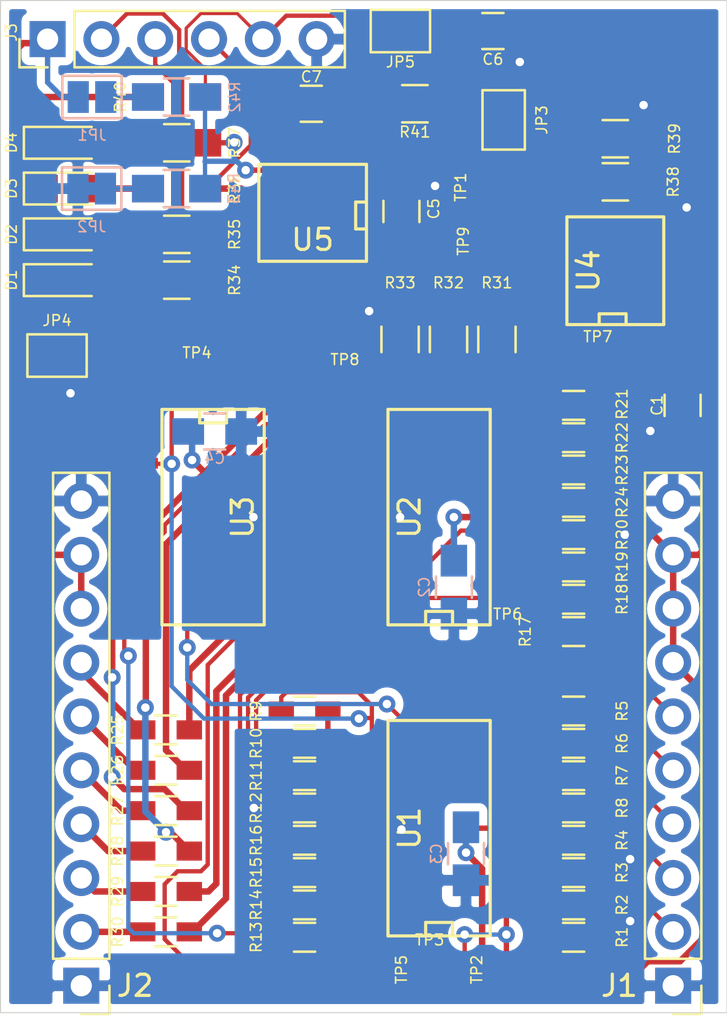
<source format=kicad_pcb>
(kicad_pcb (version 20171130) (host pcbnew "(5.1.0)-1")
  (layers (0 F.Cu signal) (31 B.Cu signal) (34 B.Paste user) (35 F.Paste user) (36 B.SilkS user) (37 F.SilkS user) (38 B.Mask user) (39 F.Mask user) (44 Edge.Cuts user))
  (net 0 "")
  (net 1 GND)
  (net 2 /+BATT)
  (net 3 VCC)
  (net 4 "Net-(C6-Pad1)")
  (net 5 "Net-(C7-Pad1)")
  (net 6 "Net-(D1-Pad1)")
  (net 7 "Net-(D1-Pad2)")
  (net 8 "Net-(D2-Pad2)")
  (net 9 "Net-(D3-Pad2)")
  (net 10 "Net-(D4-Pad2)")
  (net 11 /CELL_1)
  (net 12 /CELL_2)
  (net 13 /CELL_3)
  (net 14 /CELL_4)
  (net 15 /CELL_5)
  (net 16 /RST)
  (net 17 "Net-(JP1-Pad2)")
  (net 18 "Net-(JP2-Pad2)")
  (net 19 "Net-(JP3-Pad1)")
  (net 20 "Net-(JP3-Pad2)")
  (net 21 "Net-(R1-Pad2)")
  (net 22 "Net-(R1-Pad1)")
  (net 23 "Net-(R3-Pad1)")
  (net 24 "Net-(R5-Pad1)")
  (net 25 "Net-(R5-Pad2)")
  (net 26 "Net-(R7-Pad1)")
  (net 27 "Net-(R9-Pad1)")
  (net 28 "Net-(R10-Pad1)")
  (net 29 "Net-(R11-Pad1)")
  (net 30 "Net-(R13-Pad2)")
  (net 31 "Net-(R13-Pad1)")
  (net 32 "Net-(R15-Pad1)")
  (net 33 "Net-(R17-Pad1)")
  (net 34 "Net-(R17-Pad2)")
  (net 35 "Net-(R19-Pad1)")
  (net 36 "Net-(R21-Pad2)")
  (net 37 "Net-(R21-Pad1)")
  (net 38 "Net-(R23-Pad2)")
  (net 39 "Net-(R25-Pad1)")
  (net 40 "Net-(R26-Pad1)")
  (net 41 "Net-(R27-Pad1)")
  (net 42 "Net-(R28-Pad1)")
  (net 43 "Net-(R29-Pad1)")
  (net 44 "Net-(R30-Pad1)")
  (net 45 "Net-(R31-Pad1)")
  (net 46 "Net-(R32-Pad1)")
  (net 47 /C_LED_1)
  (net 48 /C_LED_2)
  (net 49 /C_LED_3)
  (net 50 /C_LED_4)
  (net 51 /C_LED_5)
  (net 52 /C_LED_6)
  (net 53 /B_LED_2)
  (net 54 /B_LED_0)
  (net 55 /B_LED_1)
  (net 56 /B_LED_3)
  (module Resistors_SMD:R_0805_HandSoldering (layer F.Cu) (at 103.9495 84.5185)
    (fp_text reference R39 (at 2.794 0 90) (layer F.SilkS) (effects (font (size 0.508 0.508) (thickness 0.0762))))
    (fp_text value 10k0 hide)
    (pad 1 smd rect (at -1.35 0) (size 1.5 1.3) (layers F.Cu F.Paste F.Mask) (net 20 "Net-(JP3-Pad2)"))
    (pad 2 smd rect (at 1.35 0) (size 1.5 1.3) (layers F.Cu F.Paste F.Mask) (net 1 GND))
  )
  (module Resistors_SMD:R_0805_HandSoldering (layer F.Cu) (at 103.9495 86.5505 180)
    (fp_text reference R38 (at -2.7305 0 270) (layer F.SilkS) (effects (font (size 0.508 0.508) (thickness 0.0762))))
    (fp_text value 10k0 hide)
    (pad 1 smd rect (at -1.35 0 180) (size 1.5 1.3) (layers F.Cu F.Paste F.Mask) (net 2 /+BATT))
    (pad 2 smd rect (at 1.35 0 180) (size 1.5 1.3) (layers F.Cu F.Paste F.Mask) (net 20 "Net-(JP3-Pad2)"))
  )
  (module Resistors_SMD:R_0805_HandSoldering (layer B.Cu) (at 83.232 86.868)
    (fp_text reference R43 (at 2.71 0 90) (layer B.SilkS) (effects (font (size 0.508 0.508) (thickness 0.0762)) (justify mirror)))
    (fp_text value 10k0 hide)
    (pad 1 smd rect (at -1.35 0) (size 1.5 1.3) (layers B.Cu B.Paste B.Mask) (net 18 "Net-(JP2-Pad2)"))
    (pad 2 smd rect (at 1.35 0) (size 1.5 1.3) (layers B.Cu B.Paste B.Mask) (net 56 /B_LED_3))
  )
  (module Resistors_SMD:R_0805_HandSoldering (layer B.Cu) (at 83.232 82.55)
    (fp_text reference R42 (at 2.751 0 90) (layer B.SilkS) (effects (font (size 0.508 0.508) (thickness 0.0762)) (justify mirror)))
    (fp_text value 10k0 hide)
    (pad 1 smd rect (at -1.35 0) (size 1.5 1.3) (layers B.Cu B.Paste B.Mask) (net 17 "Net-(JP1-Pad2)"))
    (pad 2 smd rect (at 1.35 0) (size 1.5 1.3) (layers B.Cu B.Paste B.Mask) (net 56 /B_LED_3))
  )
  (module Resistors_SMD:R_0805_HandSoldering (layer F.Cu) (at 94.488 82.8675)
    (fp_text reference R41 (at 0 1.3335) (layer F.SilkS) (effects (font (size 0.508 0.508) (thickness 0.0762))))
    (fp_text value 5k1 hide)
    (pad 1 smd rect (at -1.35 0) (size 1.5 1.3) (layers F.Cu F.Paste F.Mask) (net 5 "Net-(C7-Pad1)"))
    (pad 2 smd rect (at 1.35 0) (size 1.5 1.3) (layers F.Cu F.Paste F.Mask) (net 19 "Net-(JP3-Pad1)"))
  )
  (module Resistors_SMD:R_0805_HandSoldering (layer F.Cu) (at 83.2485 84.709 180)
    (fp_text reference R37 (at -2.7305 0 270) (layer F.SilkS) (effects (font (size 0.508 0.508) (thickness 0.0762))))
    (fp_text value 510R hide)
    (pad 1 smd rect (at -1.35 0 180) (size 1.5 1.3) (layers F.Cu F.Paste F.Mask) (net 56 /B_LED_3))
    (pad 2 smd rect (at 1.35 0 180) (size 1.5 1.3) (layers F.Cu F.Paste F.Mask) (net 10 "Net-(D4-Pad2)"))
  )
  (module Resistors_SMD:R_0805_HandSoldering (layer F.Cu) (at 83.2485 86.868 180)
    (fp_text reference R36 (at -2.7305 0 270) (layer F.SilkS) (effects (font (size 0.508 0.508) (thickness 0.0762))))
    (fp_text value 510R hide)
    (pad 1 smd rect (at -1.35 0 180) (size 1.5 1.3) (layers F.Cu F.Paste F.Mask) (net 53 /B_LED_2))
    (pad 2 smd rect (at 1.35 0 180) (size 1.5 1.3) (layers F.Cu F.Paste F.Mask) (net 9 "Net-(D3-Pad2)"))
  )
  (module Resistors_SMD:R_0805_HandSoldering (layer F.Cu) (at 83.2485 89.027 180)
    (fp_text reference R35 (at -2.7305 0 270) (layer F.SilkS) (effects (font (size 0.508 0.508) (thickness 0.0762))))
    (fp_text value 510R hide)
    (pad 1 smd rect (at -1.35 0 180) (size 1.5 1.3) (layers F.Cu F.Paste F.Mask) (net 55 /B_LED_1))
    (pad 2 smd rect (at 1.35 0 180) (size 1.5 1.3) (layers F.Cu F.Paste F.Mask) (net 8 "Net-(D2-Pad2)"))
  )
  (module Resistors_SMD:R_0805_HandSoldering (layer F.Cu) (at 83.2485 91.186 180)
    (fp_text reference R34 (at -2.7305 0 270) (layer F.SilkS) (effects (font (size 0.508 0.508) (thickness 0.0762))))
    (fp_text value 510R hide)
    (pad 1 smd rect (at -1.35 0 180) (size 1.5 1.3) (layers F.Cu F.Paste F.Mask) (net 54 /B_LED_0))
    (pad 2 smd rect (at 1.35 0 180) (size 1.5 1.3) (layers F.Cu F.Paste F.Mask) (net 7 "Net-(D1-Pad2)"))
  )
  (module Resistors_SMD:R_0805_HandSoldering (layer F.Cu) (at 83.2485 82.55)
    (fp_text reference R40 (at -2.667 0 90) (layer F.SilkS) (effects (font (size 0.508 0.508) (thickness 0.0762))))
    (fp_text value 10k0 hide)
    (pad 1 smd rect (at -1.35 0) (size 1.5 1.3) (layers F.Cu F.Paste F.Mask) (net 3 VCC))
    (pad 2 smd rect (at 1.35 0) (size 1.5 1.3) (layers F.Cu F.Paste F.Mask) (net 16 /RST))
  )
  (module Resistors_SMD:R_0805_HandSoldering (layer F.Cu) (at 93.7895 93.98 270)
    (fp_text reference R33 (at -2.667 0 180) (layer F.SilkS) (effects (font (size 0.508 0.508) (thickness 0.0762))))
    (fp_text value 50k0 hide)
    (pad 1 smd rect (at -1.35 0 270) (size 1.5 1.3) (layers F.Cu F.Paste F.Mask) (net 1 GND))
    (pad 2 smd rect (at 1.35 0 270) (size 1.5 1.3) (layers F.Cu F.Paste F.Mask) (net 46 "Net-(R32-Pad1)"))
  )
  (module Resistors_SMD:R_0805_HandSoldering (layer F.Cu) (at 96.0755 93.98 90)
    (fp_text reference R32 (at 2.667 0 180) (layer F.SilkS) (effects (font (size 0.508 0.508) (thickness 0.0762))))
    (fp_text value 10k0 hide)
    (pad 1 smd rect (at -1.35 0 90) (size 1.5 1.3) (layers F.Cu F.Paste F.Mask) (net 46 "Net-(R32-Pad1)"))
    (pad 2 smd rect (at 1.35 0 90) (size 1.5 1.3) (layers F.Cu F.Paste F.Mask) (net 45 "Net-(R31-Pad1)"))
  )
  (module Resistors_SMD:R_0805_HandSoldering (layer F.Cu) (at 98.3615 93.98 270)
    (fp_text reference R31 (at -2.667 0) (layer F.SilkS) (effects (font (size 0.508 0.508) (thickness 0.0762))))
    (fp_text value 36k0 hide)
    (pad 1 smd rect (at -1.35 0 270) (size 1.5 1.3) (layers F.Cu F.Paste F.Mask) (net 45 "Net-(R31-Pad1)"))
    (pad 2 smd rect (at 1.35 0 270) (size 1.5 1.3) (layers F.Cu F.Paste F.Mask) (net 2 /+BATT))
  )
  (module Resistors_SMD:R_0603_HandSoldering (layer F.Cu) (at 82.7405 121.92 180)
    (fp_text reference R30 (at 2.286 0 270) (layer F.SilkS) (effects (font (size 0.508 0.508) (thickness 0.0762))))
    (fp_text value 750R hide)
    (pad 1 smd rect (at -1.1 0 180) (size 1.2 0.9) (layers F.Cu F.Paste F.Mask) (net 44 "Net-(R30-Pad1)"))
    (pad 2 smd rect (at 1.1 0 180) (size 1.2 0.9) (layers F.Cu F.Paste F.Mask) (net 52 /C_LED_6))
  )
  (module Resistors_SMD:R_0603_HandSoldering (layer F.Cu) (at 82.7405 120.015 180)
    (fp_text reference R29 (at 2.286 0 270) (layer F.SilkS) (effects (font (size 0.508 0.508) (thickness 0.0762))))
    (fp_text value 750R hide)
    (pad 1 smd rect (at -1.1 0 180) (size 1.2 0.9) (layers F.Cu F.Paste F.Mask) (net 43 "Net-(R29-Pad1)"))
    (pad 2 smd rect (at 1.1 0 180) (size 1.2 0.9) (layers F.Cu F.Paste F.Mask) (net 51 /C_LED_5))
  )
  (module Resistors_SMD:R_0603_HandSoldering (layer F.Cu) (at 82.7405 118.11 180)
    (fp_text reference R28 (at 2.286 0 270) (layer F.SilkS) (effects (font (size 0.508 0.508) (thickness 0.0762))))
    (fp_text value 750R hide)
    (pad 1 smd rect (at -1.1 0 180) (size 1.2 0.9) (layers F.Cu F.Paste F.Mask) (net 42 "Net-(R28-Pad1)"))
    (pad 2 smd rect (at 1.1 0 180) (size 1.2 0.9) (layers F.Cu F.Paste F.Mask) (net 50 /C_LED_4))
  )
  (module Resistors_SMD:R_0603_HandSoldering (layer F.Cu) (at 82.7405 116.205 180)
    (fp_text reference R27 (at 2.286 0 270) (layer F.SilkS) (effects (font (size 0.508 0.508) (thickness 0.0762))))
    (fp_text value 750R hide)
    (pad 1 smd rect (at -1.1 0 180) (size 1.2 0.9) (layers F.Cu F.Paste F.Mask) (net 41 "Net-(R27-Pad1)"))
    (pad 2 smd rect (at 1.1 0 180) (size 1.2 0.9) (layers F.Cu F.Paste F.Mask) (net 49 /C_LED_3))
  )
  (module Resistors_SMD:R_0603_HandSoldering (layer F.Cu) (at 82.7405 114.3 180)
    (fp_text reference R26 (at 2.286 0 270) (layer F.SilkS) (effects (font (size 0.508 0.508) (thickness 0.0762))))
    (fp_text value 750R hide)
    (pad 1 smd rect (at -1.1 0 180) (size 1.2 0.9) (layers F.Cu F.Paste F.Mask) (net 40 "Net-(R26-Pad1)"))
    (pad 2 smd rect (at 1.1 0 180) (size 1.2 0.9) (layers F.Cu F.Paste F.Mask) (net 48 /C_LED_2))
  )
  (module Resistors_SMD:R_0603_HandSoldering (layer F.Cu) (at 82.7405 112.395 180)
    (fp_text reference R25 (at 2.286 0 270) (layer F.SilkS) (effects (font (size 0.508 0.508) (thickness 0.0762))))
    (fp_text value 750R hide)
    (pad 1 smd rect (at -1.1 0 180) (size 1.2 0.9) (layers F.Cu F.Paste F.Mask) (net 39 "Net-(R25-Pad1)"))
    (pad 2 smd rect (at 1.1 0 180) (size 1.2 0.9) (layers F.Cu F.Paste F.Mask) (net 47 /C_LED_1))
  )
  (module Resistors_SMD:R_0603_HandSoldering (layer F.Cu) (at 101.981 101.6635)
    (fp_text reference R24 (at 2.286 0 90) (layer F.SilkS) (effects (font (size 0.508 0.508) (thickness 0.0762))))
    (fp_text value 10k0 hide)
    (pad 1 smd rect (at -1.1 0) (size 1.2 0.9) (layers F.Cu F.Paste F.Mask) (net 38 "Net-(R23-Pad2)"))
    (pad 2 smd rect (at 1.1 0) (size 1.2 0.9) (layers F.Cu F.Paste F.Mask) (net 1 GND))
  )
  (module Resistors_SMD:R_0603_HandSoldering (layer F.Cu) (at 101.981 100.1395 180)
    (fp_text reference R23 (at -2.286 0 270) (layer F.SilkS) (effects (font (size 0.508 0.508) (thickness 0.0762))))
    (fp_text value 10k0 hide)
    (pad 1 smd rect (at -1.1 0 180) (size 1.2 0.9) (layers F.Cu F.Paste F.Mask) (net 2 /+BATT))
    (pad 2 smd rect (at 1.1 0 180) (size 1.2 0.9) (layers F.Cu F.Paste F.Mask) (net 38 "Net-(R23-Pad2)"))
  )
  (module Resistors_SMD:R_0603_HandSoldering (layer F.Cu) (at 101.981 98.6155 180)
    (fp_text reference R22 (at -2.286 0 270) (layer F.SilkS) (effects (font (size 0.508 0.508) (thickness 0.0762))))
    (fp_text value 10k0 hide)
    (pad 1 smd rect (at -1.1 0 180) (size 1.2 0.9) (layers F.Cu F.Paste F.Mask) (net 15 /CELL_5))
    (pad 2 smd rect (at 1.1 0 180) (size 1.2 0.9) (layers F.Cu F.Paste F.Mask) (net 37 "Net-(R21-Pad1)"))
  )
  (module Resistors_SMD:R_0603_HandSoldering (layer F.Cu) (at 101.981 97.0915)
    (fp_text reference R21 (at 2.286 -0.0635 90) (layer F.SilkS) (effects (font (size 0.508 0.508) (thickness 0.0762))))
    (fp_text value 10k0 hide)
    (pad 1 smd rect (at -1.1 0) (size 1.2 0.9) (layers F.Cu F.Paste F.Mask) (net 37 "Net-(R21-Pad1)"))
    (pad 2 smd rect (at 1.1 0) (size 1.2 0.9) (layers F.Cu F.Paste F.Mask) (net 36 "Net-(R21-Pad2)"))
  )
  (module Resistors_SMD:R_0603_HandSoldering (layer F.Cu) (at 101.981 103.1875 180)
    (fp_text reference R20 (at -2.286 0 270) (layer F.SilkS) (effects (font (size 0.508 0.508) (thickness 0.0762))))
    (fp_text value 10k0 hide)
    (pad 1 smd rect (at -1.1 0 180) (size 1.2 0.9) (layers F.Cu F.Paste F.Mask) (net 1 GND))
    (pad 2 smd rect (at 1.1 0 180) (size 1.2 0.9) (layers F.Cu F.Paste F.Mask) (net 35 "Net-(R19-Pad1)"))
  )
  (module Resistors_SMD:R_0603_HandSoldering (layer F.Cu) (at 101.981 104.7115)
    (fp_text reference R19 (at 2.286 0 90) (layer F.SilkS) (effects (font (size 0.508 0.508) (thickness 0.0762))))
    (fp_text value 10k0 hide)
    (pad 1 smd rect (at -1.1 0) (size 1.2 0.9) (layers F.Cu F.Paste F.Mask) (net 35 "Net-(R19-Pad1)"))
    (pad 2 smd rect (at 1.1 0) (size 1.2 0.9) (layers F.Cu F.Paste F.Mask) (net 15 /CELL_5))
  )
  (module Resistors_SMD:R_0603_HandSoldering (layer F.Cu) (at 101.981 106.2355)
    (fp_text reference R18 (at 2.286 0 90) (layer F.SilkS) (effects (font (size 0.508 0.508) (thickness 0.0762))))
    (fp_text value 10k0 hide)
    (pad 1 smd rect (at -1.1 0) (size 1.2 0.9) (layers F.Cu F.Paste F.Mask) (net 34 "Net-(R17-Pad2)"))
    (pad 2 smd rect (at 1.1 0) (size 1.2 0.9) (layers F.Cu F.Paste F.Mask) (net 14 /CELL_4))
  )
  (module Resistors_SMD:R_0603_HandSoldering (layer F.Cu) (at 101.981 107.7595 180)
    (fp_text reference R17 (at 2.286 0 270) (layer F.SilkS) (effects (font (size 0.508 0.508) (thickness 0.0762))))
    (fp_text value 10k0 hide)
    (pad 1 smd rect (at -1.1 0 180) (size 1.2 0.9) (layers F.Cu F.Paste F.Mask) (net 33 "Net-(R17-Pad1)"))
    (pad 2 smd rect (at 1.1 0 180) (size 1.2 0.9) (layers F.Cu F.Paste F.Mask) (net 34 "Net-(R17-Pad2)"))
  )
  (module Resistors_SMD:R_0603_HandSoldering (layer F.Cu) (at 89.281 117.602)
    (fp_text reference R16 (at -2.286 0 90) (layer F.SilkS) (effects (font (size 0.508 0.508) (thickness 0.0762))))
    (fp_text value 10k0 hide)
    (pad 1 smd rect (at -1.1 0) (size 1.2 0.9) (layers F.Cu F.Paste F.Mask) (net 1 GND))
    (pad 2 smd rect (at 1.1 0) (size 1.2 0.9) (layers F.Cu F.Paste F.Mask) (net 32 "Net-(R15-Pad1)"))
  )
  (module Resistors_SMD:R_0603_HandSoldering (layer F.Cu) (at 89.281 119.126 180)
    (fp_text reference R15 (at 2.286 0 270) (layer F.SilkS) (effects (font (size 0.508 0.508) (thickness 0.0762))))
    (fp_text value 10k0 hide)
    (pad 1 smd rect (at -1.1 0 180) (size 1.2 0.9) (layers F.Cu F.Paste F.Mask) (net 32 "Net-(R15-Pad1)"))
    (pad 2 smd rect (at 1.1 0 180) (size 1.2 0.9) (layers F.Cu F.Paste F.Mask) (net 14 /CELL_4))
  )
  (module Resistors_SMD:R_0603_HandSoldering (layer F.Cu) (at 89.281 120.65 180)
    (fp_text reference R14 (at 2.286 0 270) (layer F.SilkS) (effects (font (size 0.508 0.508) (thickness 0.0762))))
    (fp_text value 10k0 hide)
    (pad 1 smd rect (at -1.1 0 180) (size 1.2 0.9) (layers F.Cu F.Paste F.Mask) (net 30 "Net-(R13-Pad2)"))
    (pad 2 smd rect (at 1.1 0 180) (size 1.2 0.9) (layers F.Cu F.Paste F.Mask) (net 13 /CELL_3))
  )
  (module Resistors_SMD:R_0603_HandSoldering (layer F.Cu) (at 89.281 122.174)
    (fp_text reference R13 (at -2.286 0 90) (layer F.SilkS) (effects (font (size 0.508 0.508) (thickness 0.0762))))
    (fp_text value 10k0 hide)
    (pad 1 smd rect (at -1.1 0) (size 1.2 0.9) (layers F.Cu F.Paste F.Mask) (net 31 "Net-(R13-Pad1)"))
    (pad 2 smd rect (at 1.1 0) (size 1.2 0.9) (layers F.Cu F.Paste F.Mask) (net 30 "Net-(R13-Pad2)"))
  )
  (module Resistors_SMD:R_0603_HandSoldering (layer F.Cu) (at 89.281 116.078)
    (fp_text reference R12 (at -2.286 0 90) (layer F.SilkS) (effects (font (size 0.508 0.508) (thickness 0.0762))))
    (fp_text value 10k0 hide)
    (pad 1 smd rect (at -1.1 0) (size 1.2 0.9) (layers F.Cu F.Paste F.Mask) (net 1 GND))
    (pad 2 smd rect (at 1.1 0) (size 1.2 0.9) (layers F.Cu F.Paste F.Mask) (net 29 "Net-(R11-Pad1)"))
  )
  (module Resistors_SMD:R_0603_HandSoldering (layer F.Cu) (at 89.281 114.554 180)
    (fp_text reference R11 (at 2.286 0 270) (layer F.SilkS) (effects (font (size 0.508 0.508) (thickness 0.0762))))
    (fp_text value 10k0 hide)
    (pad 1 smd rect (at -1.1 0 180) (size 1.2 0.9) (layers F.Cu F.Paste F.Mask) (net 29 "Net-(R11-Pad1)"))
    (pad 2 smd rect (at 1.1 0 180) (size 1.2 0.9) (layers F.Cu F.Paste F.Mask) (net 13 /CELL_3))
  )
  (module Resistors_SMD:R_0603_HandSoldering (layer F.Cu) (at 89.281 113.03 180)
    (fp_text reference R10 (at 2.286 0 270) (layer F.SilkS) (effects (font (size 0.508 0.508) (thickness 0.0762))))
    (fp_text value 10k0 hide)
    (pad 1 smd rect (at -1.1 0 180) (size 1.2 0.9) (layers F.Cu F.Paste F.Mask) (net 28 "Net-(R10-Pad1)"))
    (pad 2 smd rect (at 1.1 0 180) (size 1.2 0.9) (layers F.Cu F.Paste F.Mask) (net 12 /CELL_2))
  )
  (module Resistors_SMD:R_0603_HandSoldering (layer F.Cu) (at 89.281 111.506)
    (fp_text reference R9 (at -2.286 0 90) (layer F.SilkS) (effects (font (size 0.508 0.508) (thickness 0.0762))))
    (fp_text value 10k0 hide)
    (pad 1 smd rect (at -1.1 0) (size 1.2 0.9) (layers F.Cu F.Paste F.Mask) (net 27 "Net-(R9-Pad1)"))
    (pad 2 smd rect (at 1.1 0) (size 1.2 0.9) (layers F.Cu F.Paste F.Mask) (net 28 "Net-(R10-Pad1)"))
  )
  (module Resistors_SMD:R_0603_HandSoldering (layer F.Cu) (at 101.981 116.078 180)
    (fp_text reference R8 (at -2.286 0 270) (layer F.SilkS) (effects (font (size 0.508 0.508) (thickness 0.0762))))
    (fp_text value 10k0 hide)
    (pad 1 smd rect (at -1.1 0 180) (size 1.2 0.9) (layers F.Cu F.Paste F.Mask) (net 1 GND))
    (pad 2 smd rect (at 1.1 0 180) (size 1.2 0.9) (layers F.Cu F.Paste F.Mask) (net 26 "Net-(R7-Pad1)"))
  )
  (module Resistors_SMD:R_0603_HandSoldering (layer F.Cu) (at 101.981 114.554)
    (fp_text reference R7 (at 2.286 0 90) (layer F.SilkS) (effects (font (size 0.508 0.508) (thickness 0.0762))))
    (fp_text value 10k0 hide)
    (pad 1 smd rect (at -1.1 0) (size 1.2 0.9) (layers F.Cu F.Paste F.Mask) (net 26 "Net-(R7-Pad1)"))
    (pad 2 smd rect (at 1.1 0) (size 1.2 0.9) (layers F.Cu F.Paste F.Mask) (net 12 /CELL_2))
  )
  (module Resistors_SMD:R_0603_HandSoldering (layer F.Cu) (at 101.981 113.03)
    (fp_text reference R6 (at 2.286 0 90) (layer F.SilkS) (effects (font (size 0.508 0.508) (thickness 0.0762))))
    (fp_text value 10k0 hide)
    (pad 1 smd rect (at -1.1 0) (size 1.2 0.9) (layers F.Cu F.Paste F.Mask) (net 25 "Net-(R5-Pad2)"))
    (pad 2 smd rect (at 1.1 0) (size 1.2 0.9) (layers F.Cu F.Paste F.Mask) (net 11 /CELL_1))
  )
  (module Resistors_SMD:R_0603_HandSoldering (layer F.Cu) (at 101.981 111.506 180)
    (fp_text reference R5 (at -2.286 0 270) (layer F.SilkS) (effects (font (size 0.508 0.508) (thickness 0.0762))))
    (fp_text value 10k0 hide)
    (pad 1 smd rect (at -1.1 0 180) (size 1.2 0.9) (layers F.Cu F.Paste F.Mask) (net 24 "Net-(R5-Pad1)"))
    (pad 2 smd rect (at 1.1 0 180) (size 1.2 0.9) (layers F.Cu F.Paste F.Mask) (net 25 "Net-(R5-Pad2)"))
  )
  (module Resistors_SMD:R_0603_HandSoldering (layer F.Cu) (at 101.981 117.602)
    (fp_text reference R4 (at 2.286 0 90) (layer F.SilkS) (effects (font (size 0.508 0.508) (thickness 0.0762))))
    (fp_text value 10k0 hide)
    (pad 1 smd rect (at -1.1 0) (size 1.2 0.9) (layers F.Cu F.Paste F.Mask) (net 23 "Net-(R3-Pad1)"))
    (pad 2 smd rect (at 1.1 0) (size 1.2 0.9) (layers F.Cu F.Paste F.Mask) (net 1 GND))
  )
  (module Resistors_SMD:R_0603_HandSoldering (layer F.Cu) (at 101.981 119.126)
    (fp_text reference R3 (at 2.286 0 90) (layer F.SilkS) (effects (font (size 0.508 0.508) (thickness 0.0762))))
    (fp_text value 10k0 hide)
    (pad 1 smd rect (at -1.1 0) (size 1.2 0.9) (layers F.Cu F.Paste F.Mask) (net 23 "Net-(R3-Pad1)"))
    (pad 2 smd rect (at 1.1 0) (size 1.2 0.9) (layers F.Cu F.Paste F.Mask) (net 11 /CELL_1))
  )
  (module Resistors_SMD:R_0603_HandSoldering (layer F.Cu) (at 101.981 120.65)
    (fp_text reference R2 (at 2.286 0 90) (layer F.SilkS) (effects (font (size 0.508 0.508) (thickness 0.0762))))
    (fp_text value 10k0 hide)
    (pad 1 smd rect (at -1.1 0) (size 1.2 0.9) (layers F.Cu F.Paste F.Mask) (net 21 "Net-(R1-Pad2)"))
    (pad 2 smd rect (at 1.1 0) (size 1.2 0.9) (layers F.Cu F.Paste F.Mask) (net 1 GND))
  )
  (module Resistors_SMD:R_0603_HandSoldering (layer F.Cu) (at 101.981 122.174 180)
    (fp_text reference R1 (at -2.286 0 270) (layer F.SilkS) (effects (font (size 0.508 0.508) (thickness 0.0762))))
    (fp_text value 10k0 hide)
    (pad 1 smd rect (at -1.1 0 180) (size 1.2 0.9) (layers F.Cu F.Paste F.Mask) (net 22 "Net-(R1-Pad1)"))
    (pad 2 smd rect (at 1.1 0 180) (size 1.2 0.9) (layers F.Cu F.Paste F.Mask) (net 21 "Net-(R1-Pad2)"))
  )
  (module Capacitors_SMD:C_0805_HandSoldering (layer F.Cu) (at 107.1245 97.0915 270)
    (fp_text reference C1 (at 0 1.2065 270) (layer F.SilkS) (effects (font (size 0.508 0.508) (thickness 0.0762))))
    (fp_text value 1u hide)
    (pad 2 smd rect (at 1.25 0 270) (size 1.5 1.25) (layers F.Cu F.Paste F.Mask) (net 1 GND))
    (pad 1 smd rect (at -1.25 0 270) (size 1.5 1.25) (layers F.Cu F.Paste F.Mask) (net 2 /+BATT))
  )
  (module Capacitors_SMD:C_0805_HandSoldering (layer B.Cu) (at 96.3295 105.664 270)
    (fp_text reference C2 (at 0 1.397 270) (layer B.SilkS) (effects (font (size 0.508 0.508) (thickness 0.0762)) (justify mirror)))
    (fp_text value 100n hide)
    (pad 2 smd rect (at 1.25 0 270) (size 1.5 1.25) (layers B.Cu B.Paste B.Mask) (net 1 GND))
    (pad 1 smd rect (at -1.25 0 270) (size 1.5 1.25) (layers B.Cu B.Paste B.Mask) (net 2 /+BATT))
  )
  (module Capacitors_SMD:C_0805_HandSoldering (layer B.Cu) (at 96.901 118.237 270)
    (fp_text reference C3 (at 0 1.397 270) (layer B.SilkS) (effects (font (size 0.508 0.508) (thickness 0.0762)) (justify mirror)))
    (fp_text value 100n hide)
    (pad 2 smd rect (at 1.25 0 270) (size 1.5 1.25) (layers B.Cu B.Paste B.Mask) (net 1 GND))
    (pad 1 smd rect (at -1.25 0 270) (size 1.5 1.25) (layers B.Cu B.Paste B.Mask) (net 2 /+BATT))
  )
  (module Capacitors_SMD:C_0805_HandSoldering (layer B.Cu) (at 85.0392 98.3234)
    (fp_text reference C4 (at 0 1.27) (layer B.SilkS) (effects (font (size 0.508 0.508) (thickness 0.0762)) (justify mirror)))
    (fp_text value 100n hide)
    (pad 1 smd rect (at -1.25 0) (size 1.5 1.25) (layers B.Cu B.Paste B.Mask) (net 2 /+BATT))
    (pad 2 smd rect (at 1.25 0) (size 1.5 1.25) (layers B.Cu B.Paste B.Mask) (net 1 GND))
  )
  (module Capacitors_SMD:C_0805_HandSoldering (layer F.Cu) (at 93.853 87.9475 90)
    (fp_text reference C5 (at 0.127 1.524 90) (layer F.SilkS) (effects (font (size 0.508 0.508) (thickness 0.0762))))
    (fp_text value 100n hide)
    (pad 2 smd rect (at 1.25 0 90) (size 1.5 1.25) (layers F.Cu F.Paste F.Mask) (net 1 GND))
    (pad 1 smd rect (at -1.25 0 90) (size 1.5 1.25) (layers F.Cu F.Paste F.Mask) (net 3 VCC))
  )
  (module Capacitors_SMD:C_0805_HandSoldering (layer F.Cu) (at 98.171 79.4385)
    (fp_text reference C6 (at 0 1.3335) (layer F.SilkS) (effects (font (size 0.508 0.508) (thickness 0.0762))))
    (fp_text value 100n hide)
    (pad 1 smd rect (at -1.25 0) (size 1.5 1.25) (layers F.Cu F.Paste F.Mask) (net 4 "Net-(C6-Pad1)"))
    (pad 2 smd rect (at 1.25 0) (size 1.5 1.25) (layers F.Cu F.Paste F.Mask) (net 1 GND))
  )
  (module Capacitors_SMD:C_0805_HandSoldering (layer F.Cu) (at 89.5985 82.8675 180)
    (fp_text reference C7 (at 0 1.27 180) (layer F.SilkS) (effects (font (size 0.508 0.508) (thickness 0.0762))))
    (fp_text value 1u hide)
    (pad 2 smd rect (at 1.25 0 180) (size 1.5 1.25) (layers F.Cu F.Paste F.Mask) (net 1 GND))
    (pad 1 smd rect (at -1.25 0 180) (size 1.5 1.25) (layers F.Cu F.Paste F.Mask) (net 5 "Net-(C7-Pad1)"))
  )
  (module LEDs:LED_0805_HandSoldering (layer F.Cu) (at 78.232 91.186)
    (fp_text reference D1 (at -2.794 0 90) (layer F.SilkS) (effects (font (size 0.508 0.508) (thickness 0.0762))))
    (fp_text value "LED R" hide)
    (pad 1 smd rect (at -1.35 0) (size 1.5 1.3) (layers F.Cu F.Paste F.Mask) (net 6 "Net-(D1-Pad1)"))
    (pad 2 smd rect (at 1.35 0) (size 1.5 1.3) (layers F.Cu F.Paste F.Mask) (net 7 "Net-(D1-Pad2)"))
  )
  (module LEDs:LED_0805_HandSoldering (layer F.Cu) (at 78.232 89.027)
    (fp_text reference D2 (at -2.794 0 90) (layer F.SilkS) (effects (font (size 0.508 0.508) (thickness 0.0762))))
    (fp_text value "LED Y" hide)
    (pad 2 smd rect (at 1.35 0) (size 1.5 1.3) (layers F.Cu F.Paste F.Mask) (net 8 "Net-(D2-Pad2)"))
    (pad 1 smd rect (at -1.35 0) (size 1.5 1.3) (layers F.Cu F.Paste F.Mask) (net 6 "Net-(D1-Pad1)"))
  )
  (module LEDs:LED_0805_HandSoldering (layer F.Cu) (at 78.232 86.868)
    (fp_text reference D3 (at -2.794 0 90) (layer F.SilkS) (effects (font (size 0.508 0.508) (thickness 0.0762))))
    (fp_text value "LED G" hide)
    (pad 1 smd rect (at -1.35 0) (size 1.5 1.3) (layers F.Cu F.Paste F.Mask) (net 6 "Net-(D1-Pad1)"))
    (pad 2 smd rect (at 1.35 0) (size 1.5 1.3) (layers F.Cu F.Paste F.Mask) (net 9 "Net-(D3-Pad2)"))
  )
  (module LEDs:LED_0805_HandSoldering (layer F.Cu) (at 78.232 84.709)
    (fp_text reference D4 (at -2.794 0 90) (layer F.SilkS) (effects (font (size 0.508 0.508) (thickness 0.0762))))
    (fp_text value "LED G" hide)
    (pad 2 smd rect (at 1.35 0) (size 1.5 1.3) (layers F.Cu F.Paste F.Mask) (net 10 "Net-(D4-Pad2)"))
    (pad 1 smd rect (at -1.35 0) (size 1.5 1.3) (layers F.Cu F.Paste F.Mask) (net 6 "Net-(D1-Pad1)"))
  )
  (module Pin_Headers:Pin_Header_Straight_1x10_Pitch2.54mm (layer F.Cu) (at 106.68 124.46 180)
    (fp_text reference J1 (at 2.54 0 180) (layer F.SilkS))
    (fp_text value Conn_01x10_Male hide)
    (pad 1 thru_hole rect (at 0 0 180) (size 1.7 1.7) (drill 1) (layers *.Cu *.Mask) (net 1 GND))
    (pad 2 thru_hole oval (at 0 2.54 180) (size 1.7 1.7) (drill 1) (layers *.Cu *.Mask) (net 11 /CELL_1))
    (pad 3 thru_hole oval (at 0 5.08 180) (size 1.7 1.7) (drill 1) (layers *.Cu *.Mask) (net 12 /CELL_2))
    (pad 4 thru_hole oval (at 0 7.62 180) (size 1.7 1.7) (drill 1) (layers *.Cu *.Mask) (net 13 /CELL_3))
    (pad 5 thru_hole oval (at 0 10.16 180) (size 1.7 1.7) (drill 1) (layers *.Cu *.Mask) (net 14 /CELL_4))
    (pad 6 thru_hole oval (at 0 12.7 180) (size 1.7 1.7) (drill 1) (layers *.Cu *.Mask) (net 15 /CELL_5))
    (pad 7 thru_hole oval (at 0 15.24 180) (size 1.7 1.7) (drill 1) (layers *.Cu *.Mask) (net 2 /+BATT))
    (pad 8 thru_hole oval (at 0 17.78 180) (size 1.7 1.7) (drill 1) (layers *.Cu *.Mask) (net 2 /+BATT))
    (pad 9 thru_hole oval (at 0 20.32 180) (size 1.7 1.7) (drill 1) (layers *.Cu *.Mask) (net 2 /+BATT))
    (pad 10 thru_hole oval (at 0 22.86 180) (size 1.7 1.7) (drill 1) (layers *.Cu *.Mask) (net 1 GND))
  )
  (module Pin_Headers:Pin_Header_Straight_1x10_Pitch2.54mm (layer F.Cu) (at 78.74 124.46 180)
    (fp_text reference J2 (at -2.54 0 180) (layer F.SilkS))
    (fp_text value Conn_01x10_Male hide)
    (pad 10 thru_hole oval (at 0 22.86 180) (size 1.7 1.7) (drill 1) (layers *.Cu *.Mask) (net 1 GND))
    (pad 9 thru_hole oval (at 0 20.32 180) (size 1.7 1.7) (drill 1) (layers *.Cu *.Mask) (net 3 VCC))
    (pad 8 thru_hole oval (at 0 17.78 180) (size 1.7 1.7) (drill 1) (layers *.Cu *.Mask) (net 3 VCC))
    (pad 7 thru_hole oval (at 0 15.24 180) (size 1.7 1.7) (drill 1) (layers *.Cu *.Mask) (net 47 /C_LED_1))
    (pad 6 thru_hole oval (at 0 12.7 180) (size 1.7 1.7) (drill 1) (layers *.Cu *.Mask) (net 48 /C_LED_2))
    (pad 5 thru_hole oval (at 0 10.16 180) (size 1.7 1.7) (drill 1) (layers *.Cu *.Mask) (net 49 /C_LED_3))
    (pad 4 thru_hole oval (at 0 7.62 180) (size 1.7 1.7) (drill 1) (layers *.Cu *.Mask) (net 50 /C_LED_4))
    (pad 3 thru_hole oval (at 0 5.08 180) (size 1.7 1.7) (drill 1) (layers *.Cu *.Mask) (net 51 /C_LED_5))
    (pad 2 thru_hole oval (at 0 2.54 180) (size 1.7 1.7) (drill 1) (layers *.Cu *.Mask) (net 52 /C_LED_6))
    (pad 1 thru_hole rect (at 0 0 180) (size 1.7 1.7) (drill 1) (layers *.Cu *.Mask) (net 1 GND))
  )
  (module Jumper:SolderJumper-2_P1.3mm_Open_Pad1.0x1.5mm (layer B.Cu) (at 79.248 82.55)
    (fp_text reference JP1 (at 0 1.8) (layer B.SilkS) (effects (font (size 0.508 0.508) (thickness 0.0762)) (justify mirror)))
    (fp_text value SolderJumper_2_Open hide)
    (pad 2 smd rect (at 0.65 0) (size 1 1.5) (layers B.Cu B.Mask) (net 17 "Net-(JP1-Pad2)"))
    (pad 1 smd rect (at -0.65 0) (size 1 1.5) (layers B.Cu B.Mask) (net 3 VCC))
  )
  (module Jumper:SolderJumper-2_P1.3mm_Bridged_Pad1.0x1.5mm (layer B.Cu) (at 79.233 86.868)
    (fp_text reference JP2 (at 0 1.8) (layer B.SilkS) (effects (font (size 0.508 0.508) (thickness 0.0762)) (justify mirror)))
    (fp_text value SolderJumper_2_Bridged hide)
    (fp_poly (pts (xy -0.25 0.3) (xy 0.25 0.3) (xy 0.25 -0.3) (xy -0.25 -0.3)) (layer B.Cu) (width 0))
    (pad 1 smd rect (at -0.65 0) (size 1 1.5) (layers B.Cu B.Mask) (net 1 GND))
    (pad 2 smd rect (at 0.65 0) (size 1 1.5) (layers B.Cu B.Mask) (net 18 "Net-(JP2-Pad2)"))
  )
  (module Jumper:SolderJumper-2_P1.3mm_Bridged_Pad1.0x1.5mm (layer F.Cu) (at 98.679 83.6295 270)
    (fp_text reference JP3 (at 0 -1.8 270) (layer F.SilkS) (effects (font (size 0.508 0.508) (thickness 0.0762))))
    (fp_text value SolderJumper_2_Bridged hide)
    (fp_poly (pts (xy -0.25 -0.3) (xy 0.25 -0.3) (xy 0.25 0.3) (xy -0.25 0.3)) (layer F.Cu) (width 0))
    (pad 1 smd rect (at -0.65 0 270) (size 1 1.5) (layers F.Cu F.Mask) (net 19 "Net-(JP3-Pad1)"))
    (pad 2 smd rect (at 0.65 0 270) (size 1 1.5) (layers F.Cu F.Mask) (net 20 "Net-(JP3-Pad2)"))
  )
  (module Jumper:SolderJumper-2_P1.3mm_Bridged_Pad1.0x1.5mm (layer F.Cu) (at 77.597 94.742)
    (fp_text reference JP4 (at 0 -1.651) (layer F.SilkS) (effects (font (size 0.508 0.508) (thickness 0.0762))))
    (fp_text value SolderJumper_2_Bridged hide)
    (fp_poly (pts (xy -0.25 -0.3) (xy 0.25 -0.3) (xy 0.25 0.3) (xy -0.25 0.3)) (layer F.Cu) (width 0))
    (pad 2 smd rect (at 0.65 0) (size 1 1.5) (layers F.Cu F.Mask) (net 1 GND))
    (pad 1 smd rect (at -0.65 0) (size 1 1.5) (layers F.Cu F.Mask) (net 6 "Net-(D1-Pad1)"))
  )
  (module Jumper:SolderJumper-2_P1.3mm_Bridged_Pad1.0x1.5mm (layer F.Cu) (at 93.8045 79.4385)
    (fp_text reference JP5 (at 0 1.4605) (layer F.SilkS) (effects (font (size 0.508 0.508) (thickness 0.0762))))
    (fp_text value SolderJumper_2_Bridged hide)
    (fp_poly (pts (xy -0.25 -0.3) (xy 0.25 -0.3) (xy 0.25 0.3) (xy -0.25 0.3)) (layer F.Cu) (width 0))
    (pad 2 smd rect (at 0.65 0) (size 1 1.5) (layers F.Cu F.Mask) (net 4 "Net-(C6-Pad1)"))
    (pad 1 smd rect (at -0.65 0) (size 1 1.5) (layers F.Cu F.Mask) (net 16 /RST))
  )
  (module Measurement_Points:Measurement_Point_Round-SMD-Pad_Small (layer F.Cu) (at 98.044 86.8045)
    (fp_text reference TP1 (at -1.397 0 90) (layer F.SilkS) (effects (font (size 0.508 0.508) (thickness 0.0762))))
    (fp_text value "ADC In" hide)
    (pad 1 smd circle (at 0 0) (size 1.5 1.5) (layers F.Cu F.Mask) (net 20 "Net-(JP3-Pad2)"))
  )
  (module Measurement_Points:Measurement_Point_Round-SMD-Pad_Small (layer F.Cu) (at 98.806 123.698)
    (fp_text reference TP2 (at -1.397 0 90) (layer F.SilkS) (effects (font (size 0.508 0.508) (thickness 0.0762))))
    (fp_text value "CELL 1 " hide)
    (pad 1 smd circle (at 0 0) (size 1.5 1.5) (layers F.Cu F.Mask) (net 22 "Net-(R1-Pad1)"))
  )
  (module Measurement_Points:Measurement_Point_Round-SMD-Pad_Small (layer F.Cu) (at 95.1865 123.698)
    (fp_text reference TP3 (at 0 -1.397) (layer F.SilkS) (effects (font (size 0.508 0.508) (thickness 0.0762))))
    (fp_text value "CELL 2" hide)
    (pad 1 smd circle (at 0 0) (size 1.5 1.5) (layers F.Cu F.Mask) (net 24 "Net-(R5-Pad1)"))
  )
  (module Measurement_Points:Measurement_Point_Round-SMD-Pad_Small (layer F.Cu) (at 84.201 96.012)
    (fp_text reference TP4 (at 0 -1.397) (layer F.SilkS) (effects (font (size 0.508 0.508) (thickness 0.0762))))
    (fp_text value "CELL 3" hide)
    (pad 1 smd circle (at 0 0) (size 1.5 1.5) (layers F.Cu F.Mask) (net 27 "Net-(R9-Pad1)"))
  )
  (module Measurement_Points:Measurement_Point_Round-SMD-Pad_Small (layer F.Cu) (at 92.456 123.698)
    (fp_text reference TP5 (at 1.397 0 90) (layer F.SilkS) (effects (font (size 0.508 0.508) (thickness 0.0762))))
    (fp_text value "CELL 4" hide)
    (pad 1 smd circle (at 0 0) (size 1.5 1.5) (layers F.Cu F.Mask) (net 31 "Net-(R13-Pad1)"))
  )
  (module Measurement_Points:Measurement_Point_Round-SMD-Pad_Small (layer F.Cu) (at 98.8695 108.331)
    (fp_text reference TP6 (at 0 -1.397) (layer F.SilkS) (effects (font (size 0.508 0.508) (thickness 0.0762))))
    (fp_text value "CELL 5" hide)
    (pad 1 smd circle (at 0 0) (size 1.5 1.5) (layers F.Cu F.Mask) (net 33 "Net-(R17-Pad1)"))
  )
  (module Measurement_Points:Measurement_Point_Round-SMD-Pad_Small (layer F.Cu) (at 103.124 95.25)
    (fp_text reference TP7 (at 0 -1.397) (layer F.SilkS) (effects (font (size 0.508 0.508) (thickness 0.0762))))
    (fp_text value "CELL 6" hide)
    (pad 1 smd circle (at 0 0) (size 1.5 1.5) (layers F.Cu F.Mask) (net 36 "Net-(R21-Pad2)"))
  )
  (module Measurement_Points:Measurement_Point_Round-SMD-Pad_Small (layer F.Cu) (at 91.186 96.3295)
    (fp_text reference TP8 (at 0 -1.397) (layer F.SilkS) (effects (font (size 0.508 0.508) (thickness 0.0762))))
    (fp_text value "+1V REF" hide)
    (pad 1 smd circle (at 0 0) (size 1.5 1.5) (layers F.Cu F.Mask) (net 46 "Net-(R32-Pad1)"))
  )
  (module Measurement_Points:Measurement_Point_Round-SMD-Pad_Small (layer F.Cu) (at 98.1075 89.3445)
    (fp_text reference TP9 (at -1.3335 0 90) (layer F.SilkS) (effects (font (size 0.508 0.508) (thickness 0.0762))))
    (fp_text value "+1V2 REF" hide)
    (pad 1 smd circle (at 0 0) (size 1.5 1.5) (layers F.Cu F.Mask) (net 45 "Net-(R31-Pad1)"))
  )
  (module SMD_Packages:SOIC-14_N (layer F.Cu) (at 95.504 117.0305 90)
    (fp_text reference U1 (at 0 -1.27 90) (layer F.SilkS))
    (fp_text value LMC6464)
    (pad 10 smd rect (at 1.27 -3.048 90) (size 0.508 1.143) (layers F.Cu F.Paste F.Mask) (net 29 "Net-(R11-Pad1)"))
    (pad 14 smd rect (at -3.81 -3.048 90) (size 0.508 1.143) (layers F.Cu F.Paste F.Mask) (net 31 "Net-(R13-Pad1)"))
    (pad 13 smd rect (at -2.54 -3.048 90) (size 0.508 1.143) (layers F.Cu F.Paste F.Mask) (net 30 "Net-(R13-Pad2)"))
    (pad 12 smd rect (at -1.27 -3.048 90) (size 0.508 1.143) (layers F.Cu F.Paste F.Mask) (net 32 "Net-(R15-Pad1)"))
    (pad 11 smd rect (at 0 -3.048 90) (size 0.508 1.143) (layers F.Cu F.Paste F.Mask) (net 1 GND))
    (pad 9 smd rect (at 2.54 -3.048 90) (size 0.508 1.143) (layers F.Cu F.Paste F.Mask) (net 28 "Net-(R10-Pad1)"))
    (pad 8 smd rect (at 3.81 -3.048 90) (size 0.508 1.143) (layers F.Cu F.Paste F.Mask) (net 27 "Net-(R9-Pad1)"))
    (pad 7 smd rect (at 3.81 3.302 90) (size 0.508 1.143) (layers F.Cu F.Paste F.Mask) (net 24 "Net-(R5-Pad1)"))
    (pad 6 smd rect (at 2.54 3.302 90) (size 0.508 1.143) (layers F.Cu F.Paste F.Mask) (net 25 "Net-(R5-Pad2)"))
    (pad 5 smd rect (at 1.27 3.302 90) (size 0.508 1.143) (layers F.Cu F.Paste F.Mask) (net 26 "Net-(R7-Pad1)"))
    (pad 4 smd rect (at 0 3.302 90) (size 0.508 1.143) (layers F.Cu F.Paste F.Mask) (net 2 /+BATT))
    (pad 3 smd rect (at -1.27 3.302 90) (size 0.508 1.143) (layers F.Cu F.Paste F.Mask) (net 23 "Net-(R3-Pad1)"))
    (pad 2 smd rect (at -2.54 3.302 90) (size 0.508 1.143) (layers F.Cu F.Paste F.Mask) (net 21 "Net-(R1-Pad2)"))
    (pad 1 smd rect (at -3.81 3.302 90) (size 0.508 1.143) (layers F.Cu F.Paste F.Mask) (net 22 "Net-(R1-Pad1)"))
  )
  (module SMD_Packages:SOIC-14_N (layer F.Cu) (at 95.504 102.362 90)
    (fp_text reference U2 (at 0 -1.27 90) (layer F.SilkS))
    (fp_text value LMC6464)
    (pad 10 smd rect (at 1.27 -3.048 90) (size 0.508 1.143) (layers F.Cu F.Paste F.Mask) (net 46 "Net-(R32-Pad1)"))
    (pad 14 smd rect (at -3.81 -3.048 90) (size 0.508 1.143) (layers F.Cu F.Paste F.Mask) (net 44 "Net-(R30-Pad1)"))
    (pad 13 smd rect (at -2.54 -3.048 90) (size 0.508 1.143) (layers F.Cu F.Paste F.Mask) (net 36 "Net-(R21-Pad2)"))
    (pad 12 smd rect (at -1.27 -3.048 90) (size 0.508 1.143) (layers F.Cu F.Paste F.Mask) (net 46 "Net-(R32-Pad1)"))
    (pad 11 smd rect (at 0 -3.048 90) (size 0.508 1.143) (layers F.Cu F.Paste F.Mask) (net 1 GND))
    (pad 9 smd rect (at 2.54 -3.048 90) (size 0.508 1.143) (layers F.Cu F.Paste F.Mask) (net 33 "Net-(R17-Pad1)"))
    (pad 8 smd rect (at 3.81 -3.048 90) (size 0.508 1.143) (layers F.Cu F.Paste F.Mask) (net 43 "Net-(R29-Pad1)"))
    (pad 7 smd rect (at 3.81 3.302 90) (size 0.508 1.143) (layers F.Cu F.Paste F.Mask) (net 36 "Net-(R21-Pad2)"))
    (pad 6 smd rect (at 2.54 3.302 90) (size 0.508 1.143) (layers F.Cu F.Paste F.Mask) (net 37 "Net-(R21-Pad1)"))
    (pad 5 smd rect (at 1.27 3.302 90) (size 0.508 1.143) (layers F.Cu F.Paste F.Mask) (net 38 "Net-(R23-Pad2)"))
    (pad 4 smd rect (at 0 3.302 90) (size 0.508 1.143) (layers F.Cu F.Paste F.Mask) (net 2 /+BATT))
    (pad 3 smd rect (at -1.27 3.302 90) (size 0.508 1.143) (layers F.Cu F.Paste F.Mask) (net 35 "Net-(R19-Pad1)"))
    (pad 2 smd rect (at -2.54 3.302 90) (size 0.508 1.143) (layers F.Cu F.Paste F.Mask) (net 34 "Net-(R17-Pad2)"))
    (pad 1 smd rect (at -3.81 3.302 90) (size 0.508 1.143) (layers F.Cu F.Paste F.Mask) (net 33 "Net-(R17-Pad1)"))
  )
  (module SMD_Packages:SOIC-14_N (layer F.Cu) (at 85.09 102.362 270)
    (fp_text reference U3 (at 0 -1.27 270) (layer F.SilkS))
    (fp_text value LMC6464)
    (pad 1 smd rect (at -3.81 3.302 270) (size 0.508 1.143) (layers F.Cu F.Paste F.Mask) (net 41 "Net-(R27-Pad1)"))
    (pad 2 smd rect (at -2.54 3.302 270) (size 0.508 1.143) (layers F.Cu F.Paste F.Mask) (net 27 "Net-(R9-Pad1)"))
    (pad 3 smd rect (at -1.27 3.302 270) (size 0.508 1.143) (layers F.Cu F.Paste F.Mask) (net 46 "Net-(R32-Pad1)"))
    (pad 4 smd rect (at 0 3.302 270) (size 0.508 1.143) (layers F.Cu F.Paste F.Mask) (net 2 /+BATT))
    (pad 5 smd rect (at 1.27 3.302 270) (size 0.508 1.143) (layers F.Cu F.Paste F.Mask) (net 46 "Net-(R32-Pad1)"))
    (pad 6 smd rect (at 2.54 3.302 270) (size 0.508 1.143) (layers F.Cu F.Paste F.Mask) (net 31 "Net-(R13-Pad1)"))
    (pad 7 smd rect (at 3.81 3.302 270) (size 0.508 1.143) (layers F.Cu F.Paste F.Mask) (net 42 "Net-(R28-Pad1)"))
    (pad 8 smd rect (at 3.81 -3.048 270) (size 0.508 1.143) (layers F.Cu F.Paste F.Mask) (net 39 "Net-(R25-Pad1)"))
    (pad 9 smd rect (at 2.54 -3.048 270) (size 0.508 1.143) (layers F.Cu F.Paste F.Mask) (net 22 "Net-(R1-Pad1)"))
    (pad 11 smd rect (at 0 -3.048 270) (size 0.508 1.143) (layers F.Cu F.Paste F.Mask) (net 1 GND))
    (pad 12 smd rect (at -1.27 -3.048 270) (size 0.508 1.143) (layers F.Cu F.Paste F.Mask) (net 46 "Net-(R32-Pad1)"))
    (pad 13 smd rect (at -2.54 -3.048 270) (size 0.508 1.143) (layers F.Cu F.Paste F.Mask) (net 24 "Net-(R5-Pad1)"))
    (pad 14 smd rect (at -3.81 -3.048 270) (size 0.508 1.143) (layers F.Cu F.Paste F.Mask) (net 40 "Net-(R26-Pad1)"))
    (pad 10 smd rect (at 1.27 -3.048 270) (size 0.508 1.143) (layers F.Cu F.Paste F.Mask) (net 46 "Net-(R32-Pad1)"))
  )
  (module SMD_Packages:SOIC-8-N (layer F.Cu) (at 103.9495 90.7415 90)
    (fp_text reference U4 (at 0 -1.27 90) (layer F.SilkS))
    (fp_text value LM285S-1.2 hide)
    (pad 8 smd rect (at -1.905 -3.175 90) (size 0.508 1.143) (layers F.Cu F.Paste F.Mask) (net 45 "Net-(R31-Pad1)"))
    (pad 7 smd rect (at -0.635 -3.175 90) (size 0.508 1.143) (layers F.Cu F.Paste F.Mask))
    (pad 6 smd rect (at 0.635 -3.175 90) (size 0.508 1.143) (layers F.Cu F.Paste F.Mask) (net 45 "Net-(R31-Pad1)"))
    (pad 5 smd rect (at 1.905 -3.175 90) (size 0.508 1.143) (layers F.Cu F.Paste F.Mask))
    (pad 4 smd rect (at 1.905 3.175 90) (size 0.508 1.143) (layers F.Cu F.Paste F.Mask) (net 1 GND))
    (pad 3 smd rect (at 0.635 3.175 90) (size 0.508 1.143) (layers F.Cu F.Paste F.Mask))
    (pad 2 smd rect (at -0.635 3.175 90) (size 0.508 1.143) (layers F.Cu F.Paste F.Mask))
    (pad 1 smd rect (at -1.905 3.175 90) (size 0.508 1.143) (layers F.Cu F.Paste F.Mask))
  )
  (module SMD_Packages:SOIC-8-N (layer F.Cu) (at 89.662 88.011 180)
    (fp_text reference U5 (at 0 -1.27 180) (layer F.SilkS))
    (fp_text value ATtiny13-20SSU hide)
    (pad 1 smd rect (at -1.905 3.175 180) (size 0.508 1.143) (layers F.Cu F.Paste F.Mask) (net 16 /RST))
    (pad 2 smd rect (at -0.635 3.175 180) (size 0.508 1.143) (layers F.Cu F.Paste F.Mask) (net 56 /B_LED_3))
    (pad 3 smd rect (at 0.635 3.175 180) (size 0.508 1.143) (layers F.Cu F.Paste F.Mask) (net 5 "Net-(C7-Pad1)"))
    (pad 4 smd rect (at 1.905 3.175 180) (size 0.508 1.143) (layers F.Cu F.Paste F.Mask) (net 1 GND))
    (pad 5 smd rect (at 1.905 -3.175 180) (size 0.508 1.143) (layers F.Cu F.Paste F.Mask) (net 54 /B_LED_0))
    (pad 6 smd rect (at 0.635 -3.175 180) (size 0.508 1.143) (layers F.Cu F.Paste F.Mask) (net 55 /B_LED_1))
    (pad 7 smd rect (at -0.635 -3.175 180) (size 0.508 1.143) (layers F.Cu F.Paste F.Mask) (net 53 /B_LED_2))
    (pad 8 smd rect (at -1.905 -3.175 180) (size 0.508 1.143) (layers F.Cu F.Paste F.Mask) (net 3 VCC))
  )
  (module Pin_Headers:Pin_Header_Straight_1x06_Pitch2.54mm (layer F.Cu) (at 77.1525 79.8195 90)
    (fp_text reference J3 (at 0.3175 -1.7145 90) (layer F.SilkS) (effects (font (size 0.508 0.508) (thickness 0.0762))))
    (fp_text value Conn_01x06_Male hide)
    (pad 6 thru_hole oval (at 0 12.7 90) (size 1.7 1.7) (drill 1) (layers *.Cu *.Mask) (net 1 GND))
    (pad 5 thru_hole oval (at 0 10.16 90) (size 1.7 1.7) (drill 1) (layers *.Cu *.Mask) (net 16 /RST))
    (pad 4 thru_hole oval (at 0 7.62 90) (size 1.7 1.7) (drill 1) (layers *.Cu *.Mask) (net 53 /B_LED_2))
    (pad 3 thru_hole oval (at 0 5.08 90) (size 1.7 1.7) (drill 1) (layers *.Cu *.Mask) (net 54 /B_LED_0))
    (pad 2 thru_hole oval (at 0 2.54 90) (size 1.7 1.7) (drill 1) (layers *.Cu *.Mask) (net 55 /B_LED_1))
    (pad 1 thru_hole rect (at 0 0 90) (size 1.7 1.7) (drill 1) (layers *.Cu *.Mask) (net 3 VCC))
  )
  (gr_line (start 109.22 125.73) (end 74.93 125.73) (layer Edge.Cuts) (width 0.05))
  (gr_line (start 109.22 78) (end 109.22 125.73) (layer Edge.Cuts) (width 0.05))
  (gr_line (start 74.93 78) (end 109.22 78) (layer Edge.Cuts) (width 0.05))
  (gr_line (start 74.93 125.73) (end 74.93 78) (layer Edge.Cuts) (width 0.05))
  (via (at 104.648 121.412) (size 0.8) (drill 0.4) (layers F.Cu B.Cu) (net 1))
  (segment (start 103.081 120.65) (end 103.886 120.65) (width 0.254) (layer F.Cu) (net 1))
  (segment (start 103.886 120.65) (end 104.648 121.412) (width 0.254) (layer F.Cu) (net 1))
  (segment (start 104.648 121.412) (end 104.267 121.412) (width 0.254) (layer B.Cu) (net 1))
  (via (at 104.648 118.491) (size 0.8) (drill 0.4) (layers F.Cu B.Cu) (net 1))
  (segment (start 103.081 117.602) (end 103.759 117.602) (width 0.254) (layer F.Cu) (net 1))
  (segment (start 103.759 117.602) (end 104.648 118.491) (width 0.254) (layer F.Cu) (net 1))
  (segment (start 103.081 116.078) (end 103.081 117.602) (width 0.254) (layer F.Cu) (net 1))
  (segment (start 88.181 116.078) (end 88.181 117.602) (width 0.3048) (layer F.Cu) (net 1))
  (via (at 93.853 117.094) (size 0.8) (drill 0.4) (layers F.Cu B.Cu) (net 1))
  (segment (start 92.456 117.0305) (end 93.7895 117.0305) (width 0.254) (layer F.Cu) (net 1))
  (segment (start 93.7895 117.0305) (end 93.853 117.094) (width 0.254) (layer F.Cu) (net 1))
  (via (at 86.88701 116.078) (size 0.8) (drill 0.4) (layers F.Cu B.Cu) (net 1))
  (segment (start 88.181 116.078) (end 86.88701 116.078) (width 0.254) (layer F.Cu) (net 1))
  (segment (start 103.081 103.1875) (end 103.081 101.6635) (width 0.254) (layer F.Cu) (net 1))
  (via (at 104.394 103.1875) (size 0.8) (drill 0.4) (layers F.Cu B.Cu) (net 1))
  (segment (start 103.081 103.1875) (end 104.394 103.1875) (width 0.254) (layer F.Cu) (net 1))
  (via (at 93.7895 102.362) (size 0.8) (drill 0.4) (layers F.Cu B.Cu) (net 1))
  (segment (start 92.456 102.362) (end 93.7895 102.362) (width 0.3048) (layer F.Cu) (net 1))
  (via (at 86.868 102.362) (size 0.8) (drill 0.4) (layers F.Cu B.Cu) (net 1))
  (segment (start 88.138 102.362) (end 86.868 102.362) (width 0.3048) (layer F.Cu) (net 1))
  (via (at 78.232 96.52) (size 0.8) (drill 0.4) (layers F.Cu B.Cu) (net 1))
  (segment (start 78.247 94.742) (end 78.247 96.505) (width 0.3048) (layer F.Cu) (net 1))
  (segment (start 78.247 96.505) (end 78.232 96.52) (width 0.3048) (layer F.Cu) (net 1))
  (via (at 105.6005 98.298) (size 0.8) (drill 0.4) (layers F.Cu B.Cu) (net 1))
  (segment (start 107.1245 98.3415) (end 105.644 98.3415) (width 0.3048) (layer F.Cu) (net 1))
  (segment (start 105.644 98.3415) (end 105.6005 98.298) (width 0.3048) (layer F.Cu) (net 1))
  (via (at 92.329 92.6465) (size 0.8) (drill 0.4) (layers F.Cu B.Cu) (net 1))
  (segment (start 93.7895 92.63) (end 92.3455 92.63) (width 0.3048) (layer F.Cu) (net 1))
  (segment (start 92.3455 92.63) (end 92.329 92.6465) (width 0.3048) (layer F.Cu) (net 1))
  (segment (start 92.329 92.080815) (end 92.329 92.2655) (width 0.3048) (layer B.Cu) (net 1))
  (segment (start 92.329 92.6465) (end 92.329 92.080815) (width 0.3048) (layer B.Cu) (net 1))
  (via (at 95.4405 86.741) (size 0.8) (drill 0.4) (layers F.Cu B.Cu) (net 1))
  (segment (start 93.853 86.6975) (end 95.397 86.6975) (width 0.3048) (layer F.Cu) (net 1))
  (segment (start 95.397 86.6975) (end 95.4405 86.741) (width 0.3048) (layer F.Cu) (net 1))
  (segment (start 87.757 83.459) (end 88.3485 82.8675) (width 0.254) (layer F.Cu) (net 1))
  (segment (start 87.757 84.836) (end 87.757 83.459) (width 0.254) (layer F.Cu) (net 1))
  (via (at 99.441 80.899) (size 0.8) (drill 0.4) (layers F.Cu B.Cu) (net 1))
  (segment (start 99.421 79.4385) (end 99.421 80.879) (width 0.3048) (layer F.Cu) (net 1))
  (segment (start 99.421 80.879) (end 99.441 80.899) (width 0.3048) (layer F.Cu) (net 1))
  (via (at 105.283 82.931) (size 0.8) (drill 0.4) (layers F.Cu B.Cu) (net 1))
  (segment (start 105.2995 84.5185) (end 105.2995 82.9475) (width 0.3048) (layer F.Cu) (net 1))
  (segment (start 105.2995 82.9475) (end 105.283 82.931) (width 0.3048) (layer F.Cu) (net 1))
  (via (at 107.315 87.757) (size 0.8) (drill 0.4) (layers F.Cu B.Cu) (net 1))
  (segment (start 107.1245 88.8365) (end 107.1245 87.9475) (width 0.3048) (layer F.Cu) (net 1))
  (segment (start 107.1245 87.9475) (end 107.315 87.757) (width 0.3048) (layer F.Cu) (net 1))
  (segment (start 88.4735 82.8675) (end 88.3485 82.8675) (width 0.3048) (layer F.Cu) (net 1))
  (segment (start 89.8525 81.4885) (end 88.4735 82.8675) (width 0.3048) (layer F.Cu) (net 1))
  (segment (start 89.8525 79.8195) (end 89.8525 81.4885) (width 0.3048) (layer F.Cu) (net 1))
  (segment (start 106.68 106.68) (end 106.68 109.22) (width 0.3048) (layer F.Cu) (net 2))
  (segment (start 106.68 106.68) (end 106.68 104.14) (width 0.3048) (layer F.Cu) (net 2))
  (segment (start 96.901 118.1735) (end 96.901 116.987) (width 0.3048) (layer B.Cu) (net 2))
  (via (at 96.901 118.184598) (size 0.8) (drill 0.4) (layers F.Cu B.Cu) (net 2))
  (segment (start 96.901 118.184598) (end 96.901 116.987) (width 0.3048) (layer B.Cu) (net 2))
  (segment (start 98.806 117.0305) (end 97.3455 117.0305) (width 0.254) (layer F.Cu) (net 2))
  (segment (start 96.901 117.475) (end 96.901 118.184598) (width 0.254) (layer F.Cu) (net 2))
  (segment (start 97.3455 117.0305) (end 96.901 117.475) (width 0.254) (layer F.Cu) (net 2))
  (segment (start 82.470548 102.362) (end 81.788 102.362) (width 0.3048) (layer F.Cu) (net 2))
  (segment (start 98.3615 94.2752) (end 98.3615 93.98) (width 0.3048) (layer F.Cu) (net 2))
  (segment (start 98.3615 95.33) (end 98.3615 94.2752) (width 0.3048) (layer F.Cu) (net 2))
  (segment (start 106.68 104.14) (end 105.283 102.743) (width 0.3048) (layer F.Cu) (net 2))
  (segment (start 103.231 100.1395) (end 103.081 100.1395) (width 0.3048) (layer F.Cu) (net 2))
  (segment (start 105.283 102.1915) (end 103.231 100.1395) (width 0.3048) (layer F.Cu) (net 2))
  (segment (start 105.283 102.743) (end 105.283 102.1915) (width 0.3048) (layer F.Cu) (net 2))
  (segment (start 108.2675 99.7585) (end 108.2675 97.2185) (width 0.3048) (layer F.Cu) (net 2))
  (segment (start 108.081419 103.945081) (end 108.2675 103.759) (width 0.3048) (layer F.Cu) (net 2))
  (segment (start 108.2675 103.759) (end 108.2675 99.7585) (width 0.3048) (layer F.Cu) (net 2))
  (segment (start 108.077 103.945081) (end 108.081419 103.945081) (width 0.3048) (layer F.Cu) (net 2))
  (segment (start 106.68 104.14) (end 107.882081 104.14) (width 0.3048) (layer F.Cu) (net 2))
  (segment (start 107.882081 104.14) (end 108.077 103.945081) (width 0.3048) (layer F.Cu) (net 2))
  (segment (start 108.266176 96.965824) (end 108.266176 96.013324) (width 0.3048) (layer F.Cu) (net 2))
  (segment (start 108.2675 97.2185) (end 108.266176 96.965824) (width 0.3048) (layer F.Cu) (net 2))
  (segment (start 108.266176 96.965824) (end 108.264851 96.713149) (width 0.3048) (layer F.Cu) (net 2))
  (segment (start 108.094352 95.8415) (end 107.1245 95.8415) (width 0.3048) (layer F.Cu) (net 2))
  (segment (start 108.266176 96.013324) (end 108.094352 95.8415) (width 0.3048) (layer F.Cu) (net 2))
  (segment (start 107.1245 94.361) (end 107.1245 95.8415) (width 0.3048) (layer F.Cu) (net 2))
  (segment (start 106.7435 93.98) (end 107.1245 94.361) (width 0.3048) (layer F.Cu) (net 2))
  (segment (start 97.2185 102.2985) (end 97.282 102.362) (width 0.3048) (layer F.Cu) (net 2))
  (segment (start 97.2185 97.5278) (end 97.2185 102.2985) (width 0.3048) (layer F.Cu) (net 2))
  (segment (start 98.3615 95.33) (end 98.3615 96.3848) (width 0.3048) (layer F.Cu) (net 2))
  (segment (start 98.3615 96.3848) (end 97.2185 97.5278) (width 0.3048) (layer F.Cu) (net 2))
  (segment (start 97.536 102.362) (end 96.3295 102.362) (width 0.3048) (layer F.Cu) (net 2))
  (segment (start 97.536 102.362) (end 98.806 102.362) (width 0.3048) (layer F.Cu) (net 2))
  (segment (start 97.282 102.362) (end 97.536 102.362) (width 0.3048) (layer F.Cu) (net 2))
  (via (at 96.3295 102.362) (size 0.8) (drill 0.4) (layers F.Cu B.Cu) (net 2))
  (segment (start 96.3295 102.362) (end 96.3295 104.414) (width 0.3048) (layer B.Cu) (net 2))
  (segment (start 82.986524 101.846024) (end 82.470548 102.362) (width 0.3048) (layer F.Cu) (net 2))
  (segment (start 90.852548 93.98) (end 87.114024 97.718524) (width 0.3048) (layer F.Cu) (net 2))
  (segment (start 98.3615 93.98) (end 90.852548 93.98) (width 0.3048) (layer F.Cu) (net 2))
  (segment (start 98.578394 125.0315) (end 98.9965 125.0315) (width 0.3048) (layer F.Cu) (net 2))
  (segment (start 108.1405 110.6805) (end 108.1405 122.168606) (width 0.3048) (layer F.Cu) (net 2))
  (segment (start 106.68 109.22) (end 108.1405 110.6805) (width 0.3048) (layer F.Cu) (net 2))
  (segment (start 108.1405 122.168606) (end 107.003907 123.305199) (width 0.3048) (layer F.Cu) (net 2))
  (segment (start 107.003907 123.305199) (end 105.485301 123.305199) (width 0.3048) (layer F.Cu) (net 2))
  (segment (start 105.485301 123.305199) (end 103.759 125.0315) (width 0.3048) (layer F.Cu) (net 2))
  (segment (start 103.759 125.0315) (end 98.578394 125.0315) (width 0.3048) (layer F.Cu) (net 2))
  (segment (start 98.578394 125.0315) (end 97.663 124.116106) (width 0.3048) (layer F.Cu) (net 2))
  (segment (start 97.663 118.946598) (end 96.901 118.184598) (width 0.3048) (layer F.Cu) (net 2))
  (segment (start 97.663 124.116106) (end 97.663 118.946598) (width 0.3048) (layer F.Cu) (net 2))
  (via (at 83.9724 99.6696) (size 0.8) (drill 0.4) (layers F.Cu B.Cu) (net 2))
  (segment (start 84.554974 100.252174) (end 83.9724 99.6696) (width 0.3048) (layer F.Cu) (net 2))
  (segment (start 84.580374 100.252174) (end 84.554974 100.252174) (width 0.3048) (layer F.Cu) (net 2))
  (segment (start 87.114024 97.718524) (end 84.580374 100.252174) (width 0.3048) (layer F.Cu) (net 2))
  (segment (start 84.580374 100.252174) (end 82.986524 101.846024) (width 0.3048) (layer F.Cu) (net 2))
  (segment (start 83.9724 98.5066) (end 83.7892 98.3234) (width 0.3048) (layer B.Cu) (net 2))
  (segment (start 83.9724 99.6696) (end 83.9724 98.5066) (width 0.3048) (layer B.Cu) (net 2))
  (segment (start 105.2995 93.8365) (end 105.2995 86.5505) (width 0.3048) (layer F.Cu) (net 2))
  (segment (start 105.156 93.98) (end 105.2995 93.8365) (width 0.3048) (layer F.Cu) (net 2))
  (segment (start 98.3615 93.98) (end 105.156 93.98) (width 0.3048) (layer F.Cu) (net 2))
  (segment (start 105.156 93.98) (end 106.7435 93.98) (width 0.3048) (layer F.Cu) (net 2))
  (segment (start 78.74 104.14) (end 78.74 106.68) (width 0.3048) (layer F.Cu) (net 3))
  (segment (start 92.9232 89.1975) (end 93.853 89.1975) (width 0.3048) (layer F.Cu) (net 3))
  (segment (start 92.6792 89.1975) (end 92.9232 89.1975) (width 0.3048) (layer F.Cu) (net 3))
  (segment (start 91.567 90.3097) (end 92.6792 89.1975) (width 0.3048) (layer F.Cu) (net 3))
  (segment (start 91.567 91.186) (end 91.567 90.3097) (width 0.3048) (layer F.Cu) (net 3))
  (segment (start 77.216 104.14) (end 75.6285 102.5525) (width 0.3048) (layer F.Cu) (net 3))
  (segment (start 78.74 104.14) (end 77.216 104.14) (width 0.3048) (layer F.Cu) (net 3))
  (segment (start 75.9977 80.01) (end 77.1525 80.01) (width 0.3048) (layer F.Cu) (net 3))
  (segment (start 75.6285 80.3792) (end 75.9977 80.01) (width 0.3048) (layer F.Cu) (net 3))
  (segment (start 75.6285 102.5525) (end 75.6285 97.79) (width 0.3048) (layer F.Cu) (net 3))
  (segment (start 75.6285 97.79) (end 75.6285 97.663) (width 0.3048) (layer F.Cu) (net 3))
  (segment (start 75.692 82.55) (end 75.6285 82.6135) (width 0.3048) (layer F.Cu) (net 3))
  (segment (start 81.8985 82.55) (end 75.692 82.55) (width 0.3048) (layer F.Cu) (net 3))
  (segment (start 75.6285 97.663) (end 75.6285 82.6135) (width 0.3048) (layer F.Cu) (net 3))
  (segment (start 75.6285 82.6135) (end 75.6285 80.3792) (width 0.3048) (layer F.Cu) (net 3))
  (segment (start 77.844 82.55) (end 78.598 82.55) (width 0.254) (layer B.Cu) (net 3))
  (segment (start 77.1525 81.8585) (end 77.844 82.55) (width 0.254) (layer B.Cu) (net 3))
  (segment (start 77.1525 79.8195) (end 77.1525 81.8585) (width 0.254) (layer B.Cu) (net 3))
  (segment (start 75.7555 97.917) (end 75.6285 97.79) (width 0.3048) (layer F.Cu) (net 3))
  (segment (start 79.5655 97.917) (end 75.7555 97.917) (width 0.3048) (layer F.Cu) (net 3))
  (segment (start 82.9945 94.488) (end 79.5655 97.917) (width 0.3048) (layer F.Cu) (net 3))
  (segment (start 88.5825 94.488) (end 82.9945 94.488) (width 0.3048) (layer F.Cu) (net 3))
  (segment (start 91.567 91.186) (end 91.567 91.5035) (width 0.3048) (layer F.Cu) (net 3))
  (segment (start 91.567 91.5035) (end 88.5825 94.488) (width 0.3048) (layer F.Cu) (net 3))
  (segment (start 94.4545 79.4385) (end 96.921 79.4385) (width 0.254) (layer F.Cu) (net 4))
  (segment (start 90.8485 82.8675) (end 93.138 82.8675) (width 0.254) (layer F.Cu) (net 5))
  (segment (start 90.678 82.8675) (end 90.8485 82.8675) (width 0.254) (layer F.Cu) (net 5))
  (segment (start 89.027 84.5185) (end 90.678 82.8675) (width 0.254) (layer F.Cu) (net 5))
  (segment (start 89.027 84.836) (end 89.027 84.5185) (width 0.254) (layer F.Cu) (net 5))
  (segment (start 76.882 84.709) (end 76.882 86.868) (width 0.3048) (layer F.Cu) (net 6))
  (segment (start 76.882 86.868) (end 76.882 89.027) (width 0.3048) (layer F.Cu) (net 6))
  (segment (start 76.882 89.027) (end 76.882 91.186) (width 0.3048) (layer F.Cu) (net 6))
  (segment (start 76.882 94.677) (end 76.947 94.742) (width 0.3048) (layer F.Cu) (net 6))
  (segment (start 76.882 91.186) (end 76.882 94.677) (width 0.3048) (layer F.Cu) (net 6))
  (segment (start 81.8985 91.186) (end 79.582 91.186) (width 0.3048) (layer F.Cu) (net 7))
  (segment (start 79.6455 89.0905) (end 79.582 89.027) (width 0.3048) (layer F.Cu) (net 8))
  (segment (start 81.8985 89.027) (end 79.582 89.027) (width 0.3048) (layer F.Cu) (net 8))
  (segment (start 79.6455 86.8045) (end 79.582 86.868) (width 0.3048) (layer F.Cu) (net 9))
  (segment (start 81.8985 86.868) (end 79.582 86.868) (width 0.3048) (layer F.Cu) (net 9))
  (segment (start 79.6455 84.6455) (end 79.582 84.709) (width 0.3048) (layer F.Cu) (net 10))
  (segment (start 81.8985 84.709) (end 79.582 84.709) (width 0.3048) (layer F.Cu) (net 10))
  (segment (start 102.2778 119.126) (end 101.981 118.8292) (width 0.2032) (layer F.Cu) (net 11))
  (segment (start 103.081 119.126) (end 102.2778 119.126) (width 0.2032) (layer F.Cu) (net 11))
  (segment (start 102.931 113.03) (end 103.081 113.03) (width 0.2032) (layer F.Cu) (net 11))
  (segment (start 101.981 113.98) (end 102.931 113.03) (width 0.2032) (layer F.Cu) (net 11))
  (segment (start 101.981 118.8292) (end 101.981 113.98) (width 0.2032) (layer F.Cu) (net 11))
  (segment (start 103.886 119.126) (end 103.081 119.126) (width 0.2032) (layer F.Cu) (net 11))
  (segment (start 106.68 121.92) (end 103.886 119.126) (width 0.2032) (layer F.Cu) (net 11))
  (segment (start 106.68 119.38) (end 105.283 117.983) (width 0.2032) (layer F.Cu) (net 12))
  (segment (start 103.231 114.554) (end 103.081 114.554) (width 0.2032) (layer F.Cu) (net 12))
  (segment (start 105.283 116.606) (end 103.231 114.554) (width 0.2032) (layer F.Cu) (net 12))
  (segment (start 105.283 117.983) (end 105.283 116.606) (width 0.2032) (layer F.Cu) (net 12))
  (segment (start 87.3778 113.03) (end 88.181 113.03) (width 0.2032) (layer F.Cu) (net 12))
  (segment (start 87.757 110.236) (end 86.995 110.998) (width 0.2032) (layer F.Cu) (net 12))
  (segment (start 103.378 110.236) (end 87.757 110.236) (width 0.2032) (layer F.Cu) (net 12))
  (segment (start 86.995 110.998) (end 86.995 112.6472) (width 0.2032) (layer F.Cu) (net 12))
  (segment (start 104.14 110.998) (end 103.378 110.236) (width 0.2032) (layer F.Cu) (net 12))
  (segment (start 103.8842 114.554) (end 104.14 114.2982) (width 0.2032) (layer F.Cu) (net 12))
  (segment (start 103.081 114.554) (end 103.8842 114.554) (width 0.2032) (layer F.Cu) (net 12))
  (segment (start 86.995 112.6472) (end 87.3778 113.03) (width 0.2032) (layer F.Cu) (net 12))
  (segment (start 104.14 114.2982) (end 104.14 110.998) (width 0.2032) (layer F.Cu) (net 12))
  (segment (start 88.331 114.554) (end 89.154 115.377) (width 0.2032) (layer F.Cu) (net 13))
  (segment (start 88.181 114.554) (end 88.331 114.554) (width 0.2032) (layer F.Cu) (net 13))
  (segment (start 88.331 120.65) (end 88.181 120.65) (width 0.2032) (layer F.Cu) (net 13))
  (segment (start 89.154 119.827) (end 88.331 120.65) (width 0.2032) (layer F.Cu) (net 13))
  (segment (start 89.154 115.377) (end 89.154 119.827) (width 0.2032) (layer F.Cu) (net 13))
  (segment (start 88.031 114.554) (end 88.181 114.554) (width 0.2032) (layer F.Cu) (net 13))
  (segment (start 86.614 110.871) (end 86.614 113.137) (width 0.2032) (layer F.Cu) (net 13))
  (segment (start 87.63 109.855) (end 86.614 110.871) (width 0.2032) (layer F.Cu) (net 13))
  (segment (start 86.614 113.137) (end 88.031 114.554) (width 0.2032) (layer F.Cu) (net 13))
  (segment (start 106.68 116.84) (end 105.41 115.57) (width 0.2032) (layer F.Cu) (net 13))
  (segment (start 105.41 115.57) (end 105.41 115.062) (width 0.2032) (layer F.Cu) (net 13))
  (segment (start 105.41 115.062) (end 104.521 114.173) (width 0.2032) (layer F.Cu) (net 13))
  (segment (start 104.521 114.173) (end 104.521 110.871) (width 0.2032) (layer F.Cu) (net 13))
  (segment (start 104.521 110.871) (end 103.505 109.855) (width 0.2032) (layer F.Cu) (net 13))
  (segment (start 103.505 109.855) (end 87.63 109.855) (width 0.2032) (layer F.Cu) (net 13))
  (segment (start 86.233 117.328) (end 88.031 119.126) (width 0.2032) (layer F.Cu) (net 14))
  (segment (start 86.233 110.744) (end 86.233 117.328) (width 0.2032) (layer F.Cu) (net 14))
  (segment (start 87.503 109.474) (end 86.233 110.744) (width 0.2032) (layer F.Cu) (net 14))
  (segment (start 106.68 114.3) (end 104.902 112.522) (width 0.2032) (layer F.Cu) (net 14))
  (segment (start 104.902 112.522) (end 104.902 110.744) (width 0.2032) (layer F.Cu) (net 14))
  (segment (start 88.031 119.126) (end 88.181 119.126) (width 0.2032) (layer F.Cu) (net 14))
  (segment (start 104.902 110.744) (end 103.632 109.474) (width 0.2032) (layer F.Cu) (net 14))
  (segment (start 103.632 109.474) (end 87.503 109.474) (width 0.2032) (layer F.Cu) (net 14))
  (segment (start 104.902 107.9065) (end 104.902 110.744) (width 0.2032) (layer F.Cu) (net 14))
  (segment (start 103.231 106.2355) (end 104.902 107.9065) (width 0.2032) (layer F.Cu) (net 14))
  (segment (start 103.081 106.2355) (end 103.231 106.2355) (width 0.2032) (layer F.Cu) (net 14))
  (segment (start 106.68 111.76) (end 105.283 110.363) (width 0.2032) (layer F.Cu) (net 15))
  (segment (start 103.231 104.7115) (end 103.081 104.7115) (width 0.2032) (layer F.Cu) (net 15))
  (segment (start 105.283 106.7635) (end 103.231 104.7115) (width 0.2032) (layer F.Cu) (net 15))
  (segment (start 105.283 110.363) (end 105.283 106.7635) (width 0.2032) (layer F.Cu) (net 15))
  (segment (start 102.931 98.6155) (end 102.489 98.6155) (width 0.2032) (layer F.Cu) (net 15))
  (segment (start 103.081 98.6155) (end 102.931 98.6155) (width 0.2032) (layer F.Cu) (net 15))
  (segment (start 102.2778 104.7115) (end 103.081 104.7115) (width 0.2032) (layer F.Cu) (net 15))
  (segment (start 102.0445 104.4782) (end 102.2778 104.7115) (width 0.2032) (layer F.Cu) (net 15))
  (segment (start 102.0445 98.8488) (end 102.0445 104.4782) (width 0.2032) (layer F.Cu) (net 15))
  (segment (start 102.2778 98.6155) (end 102.0445 98.8488) (width 0.2032) (layer F.Cu) (net 15))
  (segment (start 103.081 98.6155) (end 102.2778 98.6155) (width 0.2032) (layer F.Cu) (net 15))
  (segment (start 93.1545 79.4385) (end 92.4513 79.4385) (width 0.2032) (layer F.Cu) (net 16))
  (segment (start 92.4513 79.4385) (end 91.727411 78.714611) (width 0.2032) (layer F.Cu) (net 16))
  (segment (start 91.727411 78.714611) (end 88.417389 78.714611) (width 0.2032) (layer F.Cu) (net 16))
  (segment (start 88.162499 78.969501) (end 87.3125 79.8195) (width 0.2032) (layer F.Cu) (net 16))
  (segment (start 88.417389 78.714611) (end 88.162499 78.969501) (width 0.2032) (layer F.Cu) (net 16))
  (segment (start 93.726 84.836) (end 94.4245 84.1375) (width 0.2032) (layer F.Cu) (net 16))
  (segment (start 91.567 84.836) (end 93.726 84.836) (width 0.2032) (layer F.Cu) (net 16))
  (segment (start 94.4245 84.1375) (end 94.4245 81.661) (width 0.2032) (layer F.Cu) (net 16))
  (segment (start 94.4245 81.661) (end 94.4238 81.661) (width 0.2032) (layer F.Cu) (net 16))
  (segment (start 94.4238 81.661) (end 93.1545 80.3917) (width 0.2032) (layer F.Cu) (net 16))
  (segment (start 93.1545 80.3917) (end 93.1545 79.4385) (width 0.2032) (layer F.Cu) (net 16))
  (segment (start 87.3125 79.936) (end 87.3125 79.8195) (width 0.2032) (layer F.Cu) (net 16))
  (segment (start 84.5985 82.55) (end 84.5985 81.24183) (width 0.1524) (layer F.Cu) (net 16))
  (segment (start 84.5985 81.24183) (end 83.693 80.33633) (width 0.1524) (layer F.Cu) (net 16))
  (segment (start 83.693 79.30267) (end 84.38267 78.613) (width 0.1524) (layer F.Cu) (net 16))
  (segment (start 83.693 80.33633) (end 83.693 79.30267) (width 0.1524) (layer F.Cu) (net 16))
  (segment (start 86.106 78.613) (end 87.3125 79.8195) (width 0.1524) (layer F.Cu) (net 16))
  (segment (start 84.38267 78.613) (end 86.106 78.613) (width 0.1524) (layer F.Cu) (net 16))
  (segment (start 81.882 82.55) (end 79.898 82.55) (width 0.254) (layer B.Cu) (net 17))
  (segment (start 81.882 86.868) (end 79.883 86.868) (width 0.254) (layer B.Cu) (net 18))
  (segment (start 98.567 82.8675) (end 98.679 82.9795) (width 0.2032) (layer F.Cu) (net 19))
  (segment (start 95.838 82.8675) (end 98.567 82.8675) (width 0.2032) (layer F.Cu) (net 19))
  (segment (start 98.679 86.1695) (end 98.044 86.8045) (width 0.2032) (layer F.Cu) (net 20))
  (segment (start 98.679 84.2795) (end 98.679 86.1695) (width 0.2032) (layer F.Cu) (net 20))
  (segment (start 102.3605 84.2795) (end 102.5995 84.5185) (width 0.2032) (layer F.Cu) (net 20))
  (segment (start 98.679 84.2795) (end 102.3605 84.2795) (width 0.2032) (layer F.Cu) (net 20))
  (segment (start 102.5995 85.3717) (end 102.5995 86.5505) (width 0.2032) (layer F.Cu) (net 20))
  (segment (start 102.5995 84.5185) (end 102.5995 85.3717) (width 0.2032) (layer F.Cu) (net 20))
  (segment (start 100.881 122.174) (end 100.881 120.65) (width 0.254) (layer F.Cu) (net 21))
  (segment (start 99.1235 119.5705) (end 98.806 119.5705) (width 0.254) (layer F.Cu) (net 21))
  (segment (start 100.203 120.65) (end 99.1235 119.5705) (width 0.254) (layer F.Cu) (net 21))
  (segment (start 100.881 120.65) (end 100.203 120.65) (width 0.254) (layer F.Cu) (net 21))
  (segment (start 98.806 123.698) (end 98.806 122.63734) (width 0.254) (layer F.Cu) (net 22))
  (segment (start 99.86666 123.698) (end 98.806 123.698) (width 0.254) (layer F.Cu) (net 22))
  (segment (start 102.261 123.698) (end 99.86666 123.698) (width 0.254) (layer F.Cu) (net 22))
  (segment (start 103.081 122.878) (end 102.261 123.698) (width 0.254) (layer F.Cu) (net 22))
  (segment (start 103.081 122.174) (end 103.081 122.878) (width 0.254) (layer F.Cu) (net 22))
  (segment (start 98.806 122.63734) (end 98.806 122.428) (width 0.254) (layer F.Cu) (net 22))
  (segment (start 88.138 104.902) (end 88.4555 104.902) (width 0.2032) (layer F.Cu) (net 22))
  (via (at 98.806 122.047) (size 0.8) (drill 0.4) (layers F.Cu B.Cu) (net 22))
  (segment (start 98.806 122.428) (end 98.806 122.047) (width 0.254) (layer F.Cu) (net 22))
  (segment (start 98.806 122.047) (end 98.806 120.8405) (width 0.254) (layer F.Cu) (net 22))
  (segment (start 88.74125 105.18775) (end 88.912701 105.359201) (width 0.2032) (layer F.Cu) (net 22))
  (segment (start 88.4555 104.902) (end 88.74125 105.18775) (width 0.2032) (layer F.Cu) (net 22))
  (via (at 96.8375 122.047) (size 0.8) (drill 0.4) (layers F.Cu B.Cu) (net 22))
  (segment (start 96.577685 122.047) (end 98.806 122.047) (width 0.2032) (layer B.Cu) (net 22))
  (segment (start 96.8375 122.047) (end 96.577685 122.047) (width 0.2032) (layer B.Cu) (net 22))
  (segment (start 95.6945 125.0315) (end 96.8375 123.8885) (width 0.2032) (layer F.Cu) (net 22))
  (segment (start 85.444798 125.0315) (end 95.6945 125.0315) (width 0.2032) (layer F.Cu) (net 22))
  (segment (start 84.3915 119.0625) (end 83.285798 119.0625) (width 0.2032) (layer F.Cu) (net 22))
  (segment (start 84.709 118.745) (end 84.3915 119.0625) (width 0.2032) (layer F.Cu) (net 22))
  (segment (start 96.8375 123.8885) (end 96.8375 122.047) (width 0.2032) (layer F.Cu) (net 22))
  (segment (start 88.963501 105.410001) (end 88.963501 106.629201) (width 0.2032) (layer F.Cu) (net 22))
  (segment (start 82.677 119.671298) (end 82.677 122.263702) (width 0.2032) (layer F.Cu) (net 22))
  (segment (start 88.963501 106.629201) (end 88.912701 106.680001) (width 0.2032) (layer F.Cu) (net 22))
  (segment (start 88.912701 106.680001) (end 87.363299 106.680001) (width 0.2032) (layer F.Cu) (net 22))
  (segment (start 83.285798 119.0625) (end 82.677 119.671298) (width 0.2032) (layer F.Cu) (net 22))
  (segment (start 87.363299 106.680001) (end 84.709 109.3343) (width 0.2032) (layer F.Cu) (net 22))
  (segment (start 82.677 122.263702) (end 85.444798 125.0315) (width 0.2032) (layer F.Cu) (net 22))
  (segment (start 88.74125 105.18775) (end 88.963501 105.410001) (width 0.2032) (layer F.Cu) (net 22))
  (segment (start 84.709 109.3343) (end 84.709 118.745) (width 0.2032) (layer F.Cu) (net 22))
  (segment (start 100.8562 118.28) (end 100.881 118.28) (width 0.2032) (layer F.Cu) (net 23))
  (segment (start 100.8357 118.3005) (end 100.8562 118.28) (width 0.2032) (layer F.Cu) (net 23))
  (segment (start 98.806 118.3005) (end 100.8357 118.3005) (width 0.2032) (layer F.Cu) (net 23))
  (segment (start 100.881 119.126) (end 100.881 118.28) (width 0.254) (layer F.Cu) (net 23))
  (segment (start 100.881 118.28) (end 100.881 117.602) (width 0.254) (layer F.Cu) (net 23))
  (segment (start 95.1865 122.63734) (end 95.1865 123.698) (width 0.2032) (layer F.Cu) (net 24))
  (segment (start 95.1865 116.5225) (end 95.1865 122.63734) (width 0.2032) (layer F.Cu) (net 24))
  (segment (start 98.4885 113.2205) (end 95.1865 116.5225) (width 0.2032) (layer F.Cu) (net 24))
  (segment (start 98.806 113.2205) (end 98.4885 113.2205) (width 0.2032) (layer F.Cu) (net 24))
  (segment (start 98.806 111.252) (end 98.806 113.2205) (width 0.2032) (layer F.Cu) (net 24))
  (segment (start 99.695 110.617) (end 98.806 111.252) (width 0.2032) (layer F.Cu) (net 24))
  (segment (start 102.489 110.617) (end 99.695 110.617) (width 0.2032) (layer F.Cu) (net 24))
  (segment (start 103.081 111.506) (end 103.081 111.209) (width 0.2032) (layer F.Cu) (net 24))
  (segment (start 103.081 111.209) (end 102.489 110.617) (width 0.2032) (layer F.Cu) (net 24))
  (via (at 93.1672 111.1758) (size 0.8) (drill 0.4) (layers F.Cu B.Cu) (net 24))
  (segment (start 98.806 113.2205) (end 95.2119 113.2205) (width 0.2032) (layer F.Cu) (net 24))
  (segment (start 95.2119 113.2205) (end 93.1672 111.1758) (width 0.2032) (layer F.Cu) (net 24))
  (segment (start 93.1672 111.1758) (end 88.5698 111.1758) (width 0.2032) (layer B.Cu) (net 24))
  (segment (start 88.5698 111.1758) (end 87.4014 111.1758) (width 0.2032) (layer B.Cu) (net 24))
  (segment (start 87.4014 111.1758) (end 86.0806 111.1758) (width 0.2032) (layer B.Cu) (net 24))
  (segment (start 86.0806 111.1758) (end 84.8868 111.1758) (width 0.2032) (layer B.Cu) (net 24))
  (via (at 83.7438 108.5088) (size 0.8) (drill 0.4) (layers F.Cu B.Cu) (net 24))
  (segment (start 84.8868 111.1758) (end 83.7438 110.0328) (width 0.2032) (layer B.Cu) (net 24))
  (segment (start 83.7438 110.0328) (end 83.7438 108.5088) (width 0.2032) (layer B.Cu) (net 24))
  (segment (start 87.8205 99.822) (end 88.138 99.822) (width 0.2032) (layer F.Cu) (net 24))
  (segment (start 83.7438 103.8987) (end 87.8205 99.822) (width 0.2032) (layer F.Cu) (net 24))
  (segment (start 83.7438 108.5088) (end 83.7438 103.8987) (width 0.2032) (layer F.Cu) (net 24))
  (segment (start 100.881 111.506) (end 100.881 113.03) (width 0.254) (layer F.Cu) (net 25))
  (segment (start 100.584 113.03) (end 100.881 113.03) (width 0.254) (layer F.Cu) (net 25))
  (segment (start 99.1235 114.4905) (end 100.584 113.03) (width 0.254) (layer F.Cu) (net 25))
  (segment (start 98.806 114.4905) (end 99.1235 114.4905) (width 0.254) (layer F.Cu) (net 25))
  (segment (start 100.881 116.078) (end 100.881 114.554) (width 0.254) (layer F.Cu) (net 26))
  (segment (start 100.5635 115.7605) (end 100.881 116.078) (width 0.254) (layer F.Cu) (net 26))
  (segment (start 98.806 115.7605) (end 100.5635 115.7605) (width 0.254) (layer F.Cu) (net 26))
  (segment (start 88.181 110.8528) (end 88.4168 110.617) (width 0.2032) (layer F.Cu) (net 27))
  (segment (start 88.181 111.506) (end 88.181 110.8528) (width 0.2032) (layer F.Cu) (net 27))
  (segment (start 88.4168 110.617) (end 91.821 110.617) (width 0.2032) (layer F.Cu) (net 27))
  (segment (start 91.821 110.617) (end 92.456 111.252) (width 0.2032) (layer F.Cu) (net 27))
  (via (at 91.8464 111.8616) (size 0.8) (drill 0.4) (layers F.Cu B.Cu) (net 27))
  (segment (start 91.8718 111.8362) (end 91.8464 111.8616) (width 0.2032) (layer F.Cu) (net 27))
  (segment (start 92.456 111.8362) (end 91.8718 111.8362) (width 0.2032) (layer F.Cu) (net 27))
  (segment (start 92.456 111.252) (end 92.456 111.8362) (width 0.2032) (layer F.Cu) (net 27))
  (segment (start 92.456 111.8362) (end 92.456 113.2205) (width 0.2032) (layer F.Cu) (net 27))
  (segment (start 91.8464 111.8616) (end 91.280715 111.8616) (width 0.2032) (layer B.Cu) (net 27))
  (segment (start 91.280715 111.8616) (end 84.5312 111.8616) (width 0.2032) (layer B.Cu) (net 27))
  (via (at 83.0072 99.8474) (size 0.8) (drill 0.4) (layers F.Cu B.Cu) (net 27))
  (segment (start 84.5312 111.8616) (end 83.0072 110.3376) (width 0.2032) (layer B.Cu) (net 27))
  (segment (start 83.0072 110.3376) (end 83.0072 99.8474) (width 0.2032) (layer B.Cu) (net 27))
  (segment (start 81.8134 99.8474) (end 81.788 99.822) (width 0.2032) (layer F.Cu) (net 27))
  (segment (start 83.0072 99.8474) (end 81.8134 99.8474) (width 0.2032) (layer F.Cu) (net 27))
  (segment (start 83.0072 97.2058) (end 84.201 96.012) (width 0.2032) (layer F.Cu) (net 27))
  (segment (start 83.0072 99.8474) (end 83.0072 97.2058) (width 0.2032) (layer F.Cu) (net 27))
  (segment (start 90.381 111.506) (end 90.381 113.03) (width 0.254) (layer F.Cu) (net 28))
  (segment (start 90.678 113.03) (end 90.381 113.03) (width 0.254) (layer F.Cu) (net 28))
  (segment (start 92.1385 114.4905) (end 90.678 113.03) (width 0.254) (layer F.Cu) (net 28))
  (segment (start 92.456 114.4905) (end 92.1385 114.4905) (width 0.254) (layer F.Cu) (net 28))
  (segment (start 90.381 116.078) (end 90.381 114.554) (width 0.254) (layer F.Cu) (net 29))
  (segment (start 90.6985 115.7605) (end 90.381 116.078) (width 0.2032) (layer F.Cu) (net 29))
  (segment (start 92.456 115.7605) (end 90.6985 115.7605) (width 0.2032) (layer F.Cu) (net 29))
  (segment (start 90.381 122.174) (end 90.381 120.65) (width 0.254) (layer F.Cu) (net 30))
  (segment (start 92.1385 119.5705) (end 92.456 119.5705) (width 0.254) (layer F.Cu) (net 30))
  (segment (start 91.059 120.65) (end 92.1385 119.5705) (width 0.254) (layer F.Cu) (net 30))
  (segment (start 90.381 120.65) (end 91.059 120.65) (width 0.254) (layer F.Cu) (net 30))
  (segment (start 92.456 123.698) (end 92.456 122.63734) (width 0.254) (layer F.Cu) (net 31))
  (segment (start 91.39534 123.698) (end 92.456 123.698) (width 0.2032) (layer F.Cu) (net 31))
  (segment (start 89.0518 123.698) (end 91.39534 123.698) (width 0.2032) (layer F.Cu) (net 31))
  (segment (start 88.181 122.8272) (end 89.0518 123.698) (width 0.2032) (layer F.Cu) (net 31))
  (segment (start 88.181 122.174) (end 88.181 122.8272) (width 0.2032) (layer F.Cu) (net 31))
  (segment (start 92.456 122.63734) (end 92.456 122.3645) (width 0.254) (layer F.Cu) (net 31))
  (segment (start 92.456 122.3645) (end 92.456 120.8405) (width 0.254) (layer F.Cu) (net 31))
  (segment (start 81.4705 104.902) (end 80.772 105.6005) (width 0.2032) (layer F.Cu) (net 31))
  (segment (start 81.788 104.902) (end 81.4705 104.902) (width 0.2032) (layer F.Cu) (net 31))
  (via (at 80.9625 108.9025) (size 0.8) (drill 0.4) (layers F.Cu B.Cu) (net 31))
  (segment (start 80.772 105.6005) (end 80.772 108.712) (width 0.2032) (layer F.Cu) (net 31))
  (segment (start 80.772 108.712) (end 80.9625 108.9025) (width 0.2032) (layer F.Cu) (net 31))
  (segment (start 80.9625 120.777) (end 80.9625 121.6025) (width 0.2032) (layer B.Cu) (net 31))
  (segment (start 80.9625 108.9025) (end 80.9625 120.777) (width 0.2032) (layer B.Cu) (net 31))
  (segment (start 80.9625 121.6025) (end 80.9625 121.7295) (width 0.2032) (layer B.Cu) (net 31))
  (segment (start 80.9625 121.7295) (end 81.0895 121.8565) (width 0.2032) (layer B.Cu) (net 31))
  (via (at 85.1535 121.9835) (size 0.8) (drill 0.4) (layers F.Cu B.Cu) (net 31))
  (segment (start 81.0895 121.8565) (end 81.2165 121.9835) (width 0.2032) (layer B.Cu) (net 31))
  (segment (start 81.2165 121.9835) (end 85.1535 121.9835) (width 0.2032) (layer B.Cu) (net 31))
  (segment (start 87.9905 121.9835) (end 88.181 122.174) (width 0.2032) (layer F.Cu) (net 31))
  (segment (start 85.1535 121.9835) (end 87.9905 121.9835) (width 0.2032) (layer F.Cu) (net 31))
  (segment (start 90.4875 118.3005) (end 90.381 118.407) (width 0.2032) (layer F.Cu) (net 32))
  (segment (start 92.456 118.3005) (end 90.4875 118.3005) (width 0.2032) (layer F.Cu) (net 32))
  (segment (start 90.381 119.126) (end 90.381 118.407) (width 0.254) (layer F.Cu) (net 32))
  (segment (start 90.381 118.407) (end 90.381 117.602) (width 0.254) (layer F.Cu) (net 32))
  (segment (start 98.806 108.2675) (end 98.8695 108.331) (width 0.2032) (layer F.Cu) (net 33))
  (segment (start 98.806 106.172) (end 98.806 108.2675) (width 0.2032) (layer F.Cu) (net 33))
  (segment (start 99.619499 109.080999) (end 98.8695 108.331) (width 0.2032) (layer F.Cu) (net 33))
  (segment (start 101.609501 109.080999) (end 99.619499 109.080999) (width 0.2032) (layer F.Cu) (net 33))
  (segment (start 102.931 107.7595) (end 101.609501 109.080999) (width 0.2032) (layer F.Cu) (net 33))
  (segment (start 103.081 107.7595) (end 102.931 107.7595) (width 0.2032) (layer F.Cu) (net 33))
  (segment (start 92.1385 99.822) (end 90.17 101.7905) (width 0.2032) (layer F.Cu) (net 33))
  (segment (start 92.456 99.822) (end 92.1385 99.822) (width 0.2032) (layer F.Cu) (net 33))
  (segment (start 90.17 101.7905) (end 90.17 105.029) (width 0.2032) (layer F.Cu) (net 33))
  (segment (start 90.17 105.029) (end 90.6145 105.4735) (width 0.2032) (layer F.Cu) (net 33))
  (segment (start 90.6145 105.4735) (end 93.599 105.4735) (width 0.2032) (layer F.Cu) (net 33))
  (segment (start 94.2975 106.172) (end 98.806 106.172) (width 0.2032) (layer F.Cu) (net 33))
  (segment (start 93.599 105.4735) (end 94.2975 106.172) (width 0.2032) (layer F.Cu) (net 33))
  (segment (start 100.881 107.7595) (end 100.881 106.2355) (width 0.254) (layer F.Cu) (net 34))
  (segment (start 100.731 106.2355) (end 100.881 106.2355) (width 0.254) (layer F.Cu) (net 34))
  (segment (start 99.3975 104.902) (end 100.731 106.2355) (width 0.254) (layer F.Cu) (net 34))
  (segment (start 98.806 104.902) (end 99.3975 104.902) (width 0.254) (layer F.Cu) (net 34))
  (segment (start 100.881 104.7115) (end 100.881 103.1875) (width 0.254) (layer F.Cu) (net 35))
  (segment (start 100.027 103.1875) (end 99.5825 103.632) (width 0.254) (layer F.Cu) (net 35))
  (segment (start 100.881 103.1875) (end 100.027 103.1875) (width 0.254) (layer F.Cu) (net 35))
  (segment (start 99.5825 103.632) (end 98.806 103.632) (width 0.254) (layer F.Cu) (net 35))
  (segment (start 103.081 95.293) (end 103.124 95.25) (width 0.2032) (layer F.Cu) (net 36))
  (segment (start 103.081 97.0915) (end 103.081 95.293) (width 0.2032) (layer F.Cu) (net 36))
  (segment (start 102.06334 95.25) (end 103.124 95.25) (width 0.2032) (layer F.Cu) (net 36))
  (segment (start 101.215298 95.25) (end 102.06334 95.25) (width 0.2032) (layer F.Cu) (net 36))
  (segment (start 98.806 97.659298) (end 101.215298 95.25) (width 0.2032) (layer F.Cu) (net 36))
  (segment (start 98.806 98.552) (end 98.806 97.659298) (width 0.2032) (layer F.Cu) (net 36))
  (segment (start 99.453702 102.997) (end 99.695 102.755702) (width 0.2032) (layer F.Cu) (net 36))
  (segment (start 92.456 104.902) (end 94.757424 104.902) (width 0.2032) (layer F.Cu) (net 36))
  (segment (start 96.662424 102.997) (end 99.453702 102.997) (width 0.2032) (layer F.Cu) (net 36))
  (segment (start 97.79 99.2505) (end 98.4885 98.552) (width 0.2032) (layer F.Cu) (net 36))
  (segment (start 99.453702 101.727) (end 98.158298 101.727) (width 0.2032) (layer F.Cu) (net 36))
  (segment (start 98.4885 98.552) (end 98.806 98.552) (width 0.2032) (layer F.Cu) (net 36))
  (segment (start 97.79 101.358702) (end 97.79 99.2505) (width 0.2032) (layer F.Cu) (net 36))
  (segment (start 98.158298 101.727) (end 97.79 101.358702) (width 0.2032) (layer F.Cu) (net 36))
  (segment (start 94.757424 104.902) (end 96.662424 102.997) (width 0.2032) (layer F.Cu) (net 36))
  (segment (start 99.695 101.968298) (end 99.453702 101.727) (width 0.2032) (layer F.Cu) (net 36))
  (segment (start 99.695 102.755702) (end 99.695 101.968298) (width 0.2032) (layer F.Cu) (net 36))
  (segment (start 100.881 97.0915) (end 100.881 98.6155) (width 0.254) (layer F.Cu) (net 37))
  (segment (start 100.731 98.6155) (end 100.881 98.6155) (width 0.254) (layer F.Cu) (net 37))
  (segment (start 99.5245 99.822) (end 100.731 98.6155) (width 0.254) (layer F.Cu) (net 37))
  (segment (start 98.806 99.822) (end 99.5245 99.822) (width 0.254) (layer F.Cu) (net 37))
  (segment (start 100.881 100.1395) (end 100.881 101.6635) (width 0.254) (layer F.Cu) (net 38))
  (segment (start 100.881 101.6635) (end 100.3935 101.6635) (width 0.254) (layer F.Cu) (net 38))
  (segment (start 99.822 101.092) (end 98.806 101.092) (width 0.254) (layer F.Cu) (net 38))
  (segment (start 100.3935 101.6635) (end 99.822 101.092) (width 0.254) (layer F.Cu) (net 38))
  (segment (start 84.0105 112.225) (end 83.8405 112.395) (width 0.3048) (layer F.Cu) (net 39))
  (segment (start 83.8405 111.6402) (end 83.8405 112.395) (width 0.3048) (layer F.Cu) (net 39))
  (segment (start 83.8405 109.5932) (end 83.8405 111.6402) (width 0.3048) (layer F.Cu) (net 39))
  (segment (start 87.2617 106.172) (end 83.8405 109.5932) (width 0.3048) (layer F.Cu) (net 39))
  (segment (start 88.138 106.172) (end 87.2617 106.172) (width 0.3048) (layer F.Cu) (net 39))
  (segment (start 87.8205 98.552) (end 82.7405 103.632) (width 0.3048) (layer F.Cu) (net 40))
  (segment (start 88.138 98.552) (end 87.8205 98.552) (width 0.3048) (layer F.Cu) (net 40))
  (segment (start 83.6905 114.3) (end 83.8405 114.3) (width 0.3048) (layer F.Cu) (net 40))
  (segment (start 82.7405 113.35) (end 83.6905 114.3) (width 0.3048) (layer F.Cu) (net 40))
  (segment (start 82.7405 103.632) (end 82.7405 113.35) (width 0.3048) (layer F.Cu) (net 40))
  (segment (start 81.4705 98.552) (end 80.2005 99.822) (width 0.3048) (layer F.Cu) (net 41))
  (segment (start 81.788 98.552) (end 81.4705 98.552) (width 0.3048) (layer F.Cu) (net 41))
  (via (at 80.2005 109.9185) (size 0.8) (drill 0.4) (layers F.Cu B.Cu) (net 41))
  (segment (start 80.2005 99.822) (end 80.2005 109.9185) (width 0.3048) (layer F.Cu) (net 41))
  (via (at 80.2005 114.6175) (size 0.8) (drill 0.4) (layers F.Cu B.Cu) (net 41))
  (segment (start 80.2005 109.9185) (end 80.2005 114.6175) (width 0.3048) (layer B.Cu) (net 41))
  (segment (start 80.2005 114.6175) (end 80.772 115.189) (width 0.3048) (layer F.Cu) (net 41))
  (segment (start 83.6905 116.205) (end 83.8405 116.205) (width 0.3048) (layer F.Cu) (net 41))
  (segment (start 82.6745 115.189) (end 83.6905 116.205) (width 0.3048) (layer F.Cu) (net 41))
  (segment (start 80.772 115.189) (end 82.6745 115.189) (width 0.3048) (layer F.Cu) (net 41))
  (segment (start 82.7405 117.221) (end 82.9515 117.221) (width 0.3048) (layer F.Cu) (net 42))
  (segment (start 82.9515 117.221) (end 83.8405 118.11) (width 0.3048) (layer F.Cu) (net 42))
  (segment (start 81.766692 111.909945) (end 81.766692 111.34426) (width 0.3048) (layer B.Cu) (net 42))
  (segment (start 81.766692 116.247192) (end 81.766692 111.909945) (width 0.3048) (layer B.Cu) (net 42))
  (segment (start 81.788 111.322952) (end 81.766692 111.34426) (width 0.3048) (layer F.Cu) (net 42))
  (segment (start 81.788 106.172) (end 81.788 111.322952) (width 0.3048) (layer F.Cu) (net 42))
  (segment (start 82.7405 117.221) (end 81.766692 116.247192) (width 0.3048) (layer B.Cu) (net 42))
  (via (at 81.766692 111.34426) (size 0.8) (drill 0.4) (layers F.Cu B.Cu) (net 42))
  (via (at 82.7405 117.221) (size 0.8) (drill 0.4) (layers F.Cu B.Cu) (net 42))
  (segment (start 89.687411 101.003089) (end 89.687411 106.480042) (width 0.3048) (layer F.Cu) (net 43))
  (segment (start 92.1385 98.552) (end 89.687411 101.003089) (width 0.3048) (layer F.Cu) (net 43))
  (segment (start 89.687411 106.480042) (end 88.700044 107.467409) (width 0.3048) (layer F.Cu) (net 43))
  (segment (start 88.216733 107.467409) (end 85.115411 110.568731) (width 0.3048) (layer F.Cu) (net 43))
  (segment (start 84.7453 120.015) (end 83.8405 120.015) (width 0.3048) (layer F.Cu) (net 43))
  (segment (start 85.115411 110.568731) (end 85.115411 119.644889) (width 0.3048) (layer F.Cu) (net 43))
  (segment (start 85.115411 119.644889) (end 84.7453 120.015) (width 0.3048) (layer F.Cu) (net 43))
  (segment (start 92.456 98.552) (end 92.1385 98.552) (width 0.3048) (layer F.Cu) (net 43))
  (segment (start 88.700044 107.467409) (end 88.216733 107.467409) (width 0.3048) (layer F.Cu) (net 43))
  (segment (start 91.5797 106.172) (end 89.82708 107.92462) (width 0.3048) (layer F.Cu) (net 44))
  (segment (start 83.9905 121.92) (end 83.8405 121.92) (width 0.3048) (layer F.Cu) (net 44))
  (segment (start 85.572622 120.337878) (end 83.9905 121.92) (width 0.3048) (layer F.Cu) (net 44))
  (segment (start 89.82708 107.92462) (end 88.417384 107.92462) (width 0.3048) (layer F.Cu) (net 44))
  (segment (start 88.417384 107.92462) (end 85.572622 110.769382) (width 0.3048) (layer F.Cu) (net 44))
  (segment (start 85.572622 110.769382) (end 85.572622 120.337878) (width 0.3048) (layer F.Cu) (net 44))
  (segment (start 92.456 106.172) (end 91.5797 106.172) (width 0.3048) (layer F.Cu) (net 44))
  (segment (start 96.0755 92.63) (end 98.3615 92.63) (width 0.254) (layer F.Cu) (net 45))
  (segment (start 100.758 92.63) (end 100.7745 92.6465) (width 0.254) (layer F.Cu) (net 45))
  (segment (start 98.3615 92.63) (end 100.758 92.63) (width 0.254) (layer F.Cu) (net 45))
  (segment (start 98.1075 92.376) (end 98.3615 92.63) (width 0.2032) (layer F.Cu) (net 45))
  (segment (start 98.9838 91.1225) (end 98.1075 91.1225) (width 0.2032) (layer F.Cu) (net 45))
  (segment (start 99.9998 90.1065) (end 98.9838 91.1225) (width 0.2032) (layer F.Cu) (net 45))
  (segment (start 100.7745 90.1065) (end 99.9998 90.1065) (width 0.2032) (layer F.Cu) (net 45))
  (segment (start 98.1075 89.3445) (end 98.1075 91.1225) (width 0.2032) (layer F.Cu) (net 45))
  (segment (start 98.1075 91.1225) (end 98.1075 92.376) (width 0.2032) (layer F.Cu) (net 45))
  (segment (start 81.788 101.092) (end 82.1055 101.092) (width 0.2032) (layer F.Cu) (net 46))
  (segment (start 81.4705 103.632) (end 81.788 103.632) (width 0.2032) (layer F.Cu) (net 46))
  (segment (start 80.962499 103.123999) (end 81.4705 103.632) (width 0.2032) (layer F.Cu) (net 46))
  (segment (start 80.962499 101.600001) (end 80.962499 103.123999) (width 0.2032) (layer F.Cu) (net 46))
  (segment (start 81.4705 101.092) (end 80.962499 101.600001) (width 0.2032) (layer F.Cu) (net 46))
  (segment (start 81.788 101.092) (end 81.4705 101.092) (width 0.2032) (layer F.Cu) (net 46))
  (segment (start 81.788 103.632) (end 82.1055 103.632) (width 0.2032) (layer F.Cu) (net 46))
  (segment (start 82.1055 103.632) (end 82.677 103.0605) (width 0.2032) (layer F.Cu) (net 46))
  (segment (start 82.677 102.730298) (end 87.426798 97.9805) (width 0.2032) (layer F.Cu) (net 46))
  (segment (start 82.677 103.0605) (end 82.677 102.730298) (width 0.2032) (layer F.Cu) (net 46))
  (segment (start 87.426798 97.9805) (end 88.7095 97.9805) (width 0.2032) (layer F.Cu) (net 46))
  (segment (start 89.281 97.9805) (end 88.7095 97.9805) (width 0.2032) (layer F.Cu) (net 46))
  (segment (start 93.2307 101.092) (end 92.456 101.092) (width 0.2032) (layer F.Cu) (net 46))
  (segment (start 93.7895 100.5332) (end 93.2307 101.092) (width 0.2032) (layer F.Cu) (net 46))
  (segment (start 93.726 97.9805) (end 93.7895 98.044) (width 0.2032) (layer F.Cu) (net 46))
  (segment (start 89.281 97.9805) (end 93.726 97.9805) (width 0.2032) (layer F.Cu) (net 46))
  (segment (start 93.7895 95.33) (end 93.7895 98.044) (width 0.2032) (layer F.Cu) (net 46))
  (segment (start 93.7895 98.044) (end 93.7895 100.5332) (width 0.2032) (layer F.Cu) (net 46))
  (segment (start 93.7895 95.33) (end 96.0755 95.33) (width 0.254) (layer F.Cu) (net 46))
  (segment (start 92.1385 101.092) (end 91.44 101.7905) (width 0.2032) (layer F.Cu) (net 46))
  (segment (start 92.456 101.092) (end 92.1385 101.092) (width 0.2032) (layer F.Cu) (net 46))
  (segment (start 92.1385 103.632) (end 92.456 103.632) (width 0.2032) (layer F.Cu) (net 46))
  (segment (start 91.44 102.9335) (end 92.1385 103.632) (width 0.2032) (layer F.Cu) (net 46))
  (segment (start 91.44 101.7905) (end 91.44 102.9335) (width 0.2032) (layer F.Cu) (net 46))
  (segment (start 88.138 103.632) (end 88.4555 103.632) (width 0.2032) (layer F.Cu) (net 46))
  (segment (start 89.281 100.1395) (end 89.281 97.9805) (width 0.2032) (layer F.Cu) (net 46))
  (segment (start 88.4555 103.632) (end 89.281 102.8065) (width 0.2032) (layer F.Cu) (net 46))
  (segment (start 88.9127 101.092) (end 89.281 101.092) (width 0.2032) (layer F.Cu) (net 46))
  (segment (start 88.138 101.092) (end 88.9127 101.092) (width 0.2032) (layer F.Cu) (net 46))
  (segment (start 89.281 102.8065) (end 89.281 101.092) (width 0.2032) (layer F.Cu) (net 46))
  (segment (start 89.281 101.092) (end 89.281 100.1395) (width 0.2032) (layer F.Cu) (net 46))
  (segment (start 91.186 96.3295) (end 89.789 96.3295) (width 0.2032) (layer F.Cu) (net 46))
  (segment (start 89.281 96.8375) (end 89.281 97.9805) (width 0.2032) (layer F.Cu) (net 46))
  (segment (start 89.789 96.3295) (end 89.281 96.8375) (width 0.2032) (layer F.Cu) (net 46))
  (segment (start 81.6405 112.395) (end 81.3435 112.395) (width 0.254) (layer F.Cu) (net 47))
  (segment (start 78.74 109.6445) (end 78.74 109.22) (width 0.3048) (layer F.Cu) (net 47))
  (segment (start 81.4905 112.395) (end 78.74 109.6445) (width 0.3048) (layer F.Cu) (net 47))
  (segment (start 81.6405 112.395) (end 81.4905 112.395) (width 0.3048) (layer F.Cu) (net 47))
  (segment (start 79.589999 112.609999) (end 78.74 111.76) (width 0.3048) (layer F.Cu) (net 48))
  (segment (start 81.28 114.3) (end 79.589999 112.609999) (width 0.3048) (layer F.Cu) (net 48))
  (segment (start 81.6405 114.3) (end 81.28 114.3) (width 0.3048) (layer F.Cu) (net 48))
  (segment (start 80.645 116.205) (end 78.74 114.3) (width 0.3048) (layer F.Cu) (net 49))
  (segment (start 81.6405 116.205) (end 80.645 116.205) (width 0.3048) (layer F.Cu) (net 49))
  (segment (start 80.01 118.11) (end 78.74 116.84) (width 0.3048) (layer F.Cu) (net 50))
  (segment (start 81.6405 118.11) (end 80.01 118.11) (width 0.3048) (layer F.Cu) (net 50))
  (segment (start 79.375 120.015) (end 78.74 119.38) (width 0.3048) (layer F.Cu) (net 51))
  (segment (start 81.6405 120.015) (end 79.375 120.015) (width 0.3048) (layer F.Cu) (net 51))
  (segment (start 81.6405 121.92) (end 78.74 121.92) (width 0.3048) (layer F.Cu) (net 52))
  (segment (start 85.6533 86.868) (end 84.5985 86.868) (width 0.3048) (layer F.Cu) (net 53))
  (segment (start 90.297 90.8685) (end 86.2965 86.868) (width 0.3048) (layer F.Cu) (net 53))
  (segment (start 90.297 91.186) (end 90.297 90.8685) (width 0.3048) (layer F.Cu) (net 53))
  (segment (start 86.2965 86.868) (end 85.725 86.868) (width 0.3048) (layer F.Cu) (net 53))
  (segment (start 85.725 86.868) (end 85.6533 86.868) (width 0.3048) (layer F.Cu) (net 53))
  (segment (start 84.6985 86.868) (end 84.5985 86.868) (width 0.2032) (layer F.Cu) (net 53))
  (segment (start 84.7725 79.8195) (end 86.741 81.788) (width 0.2032) (layer F.Cu) (net 53))
  (segment (start 86.741 81.788) (end 86.741 84.8255) (width 0.2032) (layer F.Cu) (net 53))
  (segment (start 86.741 84.8255) (end 84.6985 86.868) (width 0.2032) (layer F.Cu) (net 53))
  (segment (start 87.757 91.186) (end 87.1982 91.186) (width 0.3048) (layer F.Cu) (net 54))
  (segment (start 87.1982 91.186) (end 84.5985 91.186) (width 0.3048) (layer F.Cu) (net 54))
  (segment (start 84.4985 91.186) (end 84.5985 91.186) (width 0.2032) (layer F.Cu) (net 54))
  (segment (start 82.2325 79.8195) (end 82.2325 81.021581) (width 0.2032) (layer F.Cu) (net 54))
  (segment (start 83.082499 89.769999) (end 84.4985 91.186) (width 0.2032) (layer F.Cu) (net 54))
  (segment (start 82.2325 81.021581) (end 83.082499 81.87158) (width 0.2032) (layer F.Cu) (net 54))
  (segment (start 83.082499 81.87158) (end 83.082499 89.769999) (width 0.2032) (layer F.Cu) (net 54))
  (segment (start 87.1855 89.027) (end 84.5985 89.027) (width 0.3048) (layer F.Cu) (net 55))
  (segment (start 89.027 91.186) (end 89.027 90.8685) (width 0.3048) (layer F.Cu) (net 55))
  (segment (start 89.027 90.8685) (end 87.1855 89.027) (width 0.3048) (layer F.Cu) (net 55))
  (segment (start 83.362789 80.473107) (end 83.5025 80.612818) (width 0.2032) (layer F.Cu) (net 55))
  (segment (start 83.5025 88.031) (end 84.4985 89.027) (width 0.2032) (layer F.Cu) (net 55))
  (segment (start 83.362789 79.384777) (end 83.362789 80.473107) (width 0.2032) (layer F.Cu) (net 55))
  (segment (start 83.5025 80.612818) (end 83.5025 88.031) (width 0.2032) (layer F.Cu) (net 55))
  (segment (start 84.4985 89.027) (end 84.5985 89.027) (width 0.2032) (layer F.Cu) (net 55))
  (segment (start 82.591012 78.613) (end 83.362789 79.384777) (width 0.2032) (layer F.Cu) (net 55))
  (segment (start 80.899 78.613) (end 82.591012 78.613) (width 0.2032) (layer F.Cu) (net 55))
  (segment (start 79.6925 79.8195) (end 80.899 78.613) (width 0.2032) (layer F.Cu) (net 55))
  (segment (start 90.297 85.1535) (end 89.4715 85.979) (width 0.3048) (layer F.Cu) (net 56))
  (segment (start 90.297 84.836) (end 90.297 85.1535) (width 0.3048) (layer F.Cu) (net 56))
  (segment (start 84.582 82.55) (end 84.582 83.4032) (width 0.2032) (layer B.Cu) (net 56))
  (segment (start 84.600999 85.579001) (end 84.582 85.598) (width 0.254) (layer B.Cu) (net 56))
  (segment (start 84.582 83.4032) (end 84.582 85.598) (width 0.2032) (layer B.Cu) (net 56))
  (segment (start 84.582 85.598) (end 84.582 86.868) (width 0.2032) (layer B.Cu) (net 56))
  (segment (start 85.960001 85.579001) (end 84.600999 85.579001) (width 0.254) (layer B.Cu) (net 56))
  (segment (start 87.066756 86.000839) (end 86.501071 86.000839) (width 0.254) (layer F.Cu) (net 56))
  (via (at 85.955795 84.685795) (size 0.8) (drill 0.4) (layers F.Cu B.Cu) (net 56))
  (segment (start 85.93259 84.709) (end 85.955795 84.685795) (width 0.254) (layer F.Cu) (net 56))
  (segment (start 85.955795 85.25148) (end 85.955795 84.685795) (width 0.254) (layer B.Cu) (net 56))
  (segment (start 84.5985 84.709) (end 85.93259 84.709) (width 0.254) (layer F.Cu) (net 56))
  (segment (start 85.960001 85.579001) (end 85.955795 85.574795) (width 0.254) (layer B.Cu) (net 56))
  (segment (start 89.4715 85.979) (end 89.449661 86.000839) (width 0.254) (layer F.Cu) (net 56))
  (via (at 86.501071 86.000839) (size 0.8) (drill 0.4) (layers F.Cu B.Cu) (net 56))
  (segment (start 86.079233 85.579001) (end 86.101072 85.60084) (width 0.254) (layer B.Cu) (net 56))
  (segment (start 85.955795 85.574795) (end 85.955795 85.25148) (width 0.254) (layer B.Cu) (net 56))
  (segment (start 89.449661 86.000839) (end 87.066756 86.000839) (width 0.254) (layer F.Cu) (net 56))
  (segment (start 85.960001 85.579001) (end 86.079233 85.579001) (width 0.254) (layer B.Cu) (net 56))
  (segment (start 86.101072 85.60084) (end 86.501071 86.000839) (width 0.254) (layer B.Cu) (net 56))
  (zone (net 1) (net_name GND) (layer B.Cu) (connect_pads (clearance 0.381)) (min_thickness 0.254) (fill yes (arc_segments 32) (thermal_gap 0.508) (thermal_bridge_width 0.508))
    (polygon (pts (xy 109.22 125.73) (xy 74.93 125.73) (xy 74.93 77.978) (xy 109.22 77.978)))
    (polygon (pts (xy 79.375 108.1405) (xy 79.375 122.936) (xy 85.979 122.936) (xy 85.979 108.1405)))
  )
)
</source>
